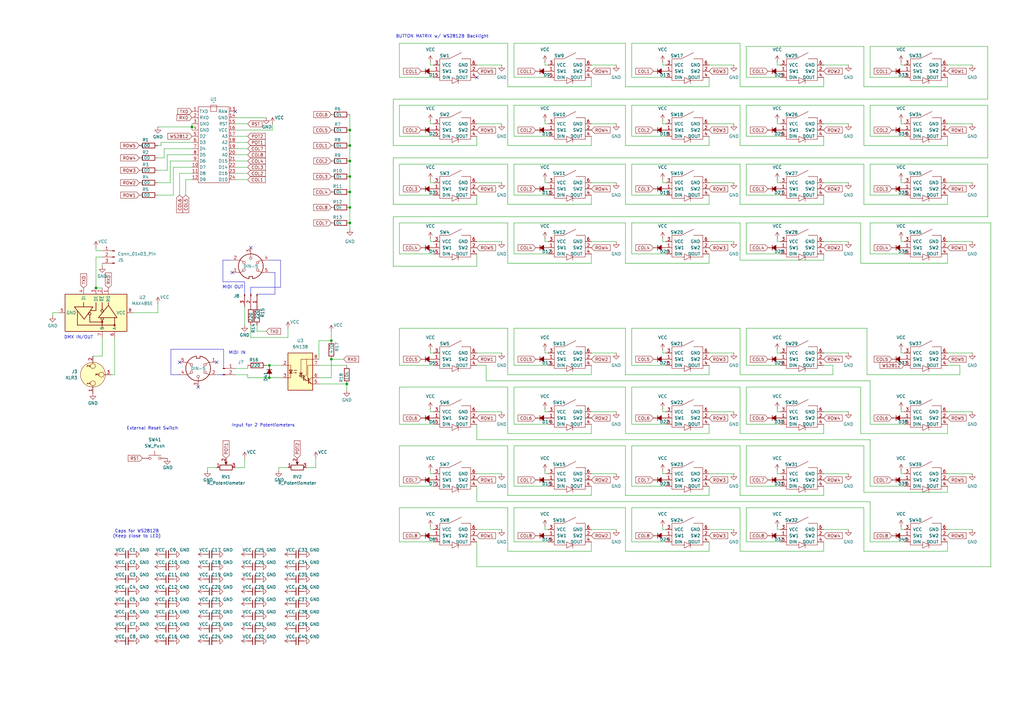
<source format=kicad_sch>
(kicad_sch (version 20231120) (generator "eeschema") (generator_version "8.0")
  (paper "A3")
  (junction (at 78.74 52.07))
  (junction (at 143.51 66.04))
  (junction (at 143.51 91.44))
  (junction (at 135.89 147.32))
  (junction (at 143.51 59.69))
  (junction (at 143.51 78.74))
  (junction (at 110.49 154.94))
  (junction (at 143.51 53.34))
  (junction (at 110.49 149.86))
  (junction (at 135.89 139.7))
  (junction (at 39.37 118.11))
  (junction (at 143.51 85.09))
  (junction (at 142.24 157.48))
  (junction (at 143.51 72.39))
  (no_connect (at 95.25 111.76))
  (no_connect (at 102.87 101.6))
  (no_connect (at 96.52 45.72))
  (no_connect (at 195.58 31.75))
  (no_connect (at 88.9 148.59))
  (no_connect (at 81.28 158.75))
  (no_connect (at 73.66 148.59))
  (wire (pts (xy 223.52 26.67) (xy 224.79 26.67)))
  (wire (pts (xy 388.62 50.8) (xy 398.78 50.8)))
  (wire (pts (xy 210.82 67.31) (xy 210.82 80.01)))
  (wire (pts (xy 161.29 59.69) (xy 161.29 40.64)))
  (wire (pts (xy 290.83 217.17) (xy 300.99 217.17)))
  (wire (pts (xy 337.82 104.14) (xy 337.82 106.68)))
  (wire (pts (xy 356.87 156.21) (xy 356.87 173.99)))
  (wire (pts (xy 271.78 168.91) (xy 273.05 168.91)))
  (wire (pts (xy 163.83 80.01) (xy 177.8 80.01)))
  (wire (pts (xy 303.53 182.88) (xy 259.08 182.88)))
  (wire (pts (xy 259.08 91.44) (xy 259.08 104.14)))
  (wire (pts (xy 143.51 78.74) (xy 143.51 85.09)))
  (wire (pts (xy 223.52 217.17) (xy 224.79 217.17)))
  (wire (pts (xy 210.82 199.39) (xy 224.79 199.39)))
  (wire (pts (xy 73.66 71.12) (xy 78.74 71.12)))
  (wire (pts (xy 223.52 25.4) (xy 223.52 26.67)))
  (wire (pts (xy 271.78 25.4) (xy 271.78 26.67)))
  (wire (pts (xy 96.52 50.8) (xy 101.6 50.8)))
  (wire (pts (xy 369.57 50.8) (xy 370.84 50.8)))
  (wire (pts (xy 195.58 59.69) (xy 161.29 59.69)))
  (wire (pts (xy 118.11 134.62) (xy 118.11 138.43)))
  (wire (pts (xy 242.57 31.75) (xy 242.57 35.56)))
  (wire (pts (xy 356.87 31.75) (xy 370.84 31.75)))
  (polyline (pts (xy 110.49 111.76) (xy 112.776 111.76)))
  (wire (pts (xy 195.58 199.39) (xy 195.58 205.74)))
  (wire (pts (xy 100.33 125.73) (xy 100.33 133.35)))
  (wire (pts (xy 356.87 180.34) (xy 356.87 199.39)))
  (wire (pts (xy 259.08 67.31) (xy 259.08 80.01)))
  (wire (pts (xy 337.82 74.93) (xy 347.98 74.93)))
  (wire (pts (xy 96.52 71.12) (xy 101.6 71.12)))
  (wire (pts (xy 176.53 217.17) (xy 177.8 217.17)))
  (wire (pts (xy 353.06 177.8) (xy 353.06 158.75)))
  (wire (pts (xy 163.83 199.39) (xy 177.8 199.39)))
  (wire (pts (xy 208.28 43.18) (xy 163.83 43.18)))
  (wire (pts (xy 199.39 156.21) (xy 356.87 156.21)))
  (wire (pts (xy 199.39 149.86) (xy 199.39 156.21)))
  (wire (pts (xy 96.52 60.96) (xy 101.6 60.96)))
  (wire (pts (xy 163.83 43.18) (xy 163.83 55.88)))
  (wire (pts (xy 161.29 83.82) (xy 161.29 64.77)))
  (polyline (pts (xy 115.062 117.856) (xy 115.062 106.68)))
  (wire (pts (xy 337.82 35.56) (xy 303.53 35.56)))
  (wire (pts (xy 388.62 194.31) (xy 398.78 194.31)))
  (wire (pts (xy 290.83 26.67) (xy 300.99 26.67)))
  (wire (pts (xy 256.54 107.95) (xy 256.54 91.44)))
  (wire (pts (xy 369.57 217.17) (xy 370.84 217.17)))
  (wire (pts (xy 208.28 203.2) (xy 208.28 182.88)))
  (wire (pts (xy 354.33 67.31) (xy 306.07 67.31)))
  (wire (pts (xy 388.62 31.75) (xy 388.62 35.56)))
  (wire (pts (xy 303.53 17.78) (xy 259.08 17.78)))
  (wire (pts (xy 256.54 203.2) (xy 256.54 182.88)))
  (wire (pts (xy 405.13 88.9) (xy 405.13 67.31)))
  (wire (pts (xy 256.54 35.56) (xy 256.54 17.78)))
  (wire (pts (xy 242.57 153.67) (xy 208.28 153.67)))
  (wire (pts (xy 306.07 208.28) (xy 306.07 222.25)))
  (wire (pts (xy 256.54 226.06) (xy 256.54 208.28)))
  (wire (pts (xy 176.53 99.06) (xy 177.8 99.06)))
  (wire (pts (xy 176.53 194.31) (xy 177.8 194.31)))
  (wire (pts (xy 176.53 215.9) (xy 176.53 217.17)))
  (wire (pts (xy 195.58 180.34) (xy 356.87 180.34)))
  (wire (pts (xy 290.83 222.25) (xy 290.83 226.06)))
  (wire (pts (xy 256.54 17.78) (xy 210.82 17.78)))
  (wire (pts (xy 388.62 168.91) (xy 398.78 168.91)))
  (wire (pts (xy 130.81 154.94) (xy 135.89 154.94)))
  (wire (pts (xy 388.62 222.25) (xy 388.62 226.06)))
  (wire (pts (xy 303.53 203.2) (xy 303.53 182.88)))
  (wire (pts (xy 290.83 153.67) (xy 256.54 153.67)))
  (wire (pts (xy 337.82 59.69) (xy 303.53 59.69)))
  (wire (pts (xy 195.58 80.01) (xy 195.58 83.82)))
  (wire (pts (xy 303.53 35.56) (xy 303.53 17.78)))
  (wire (pts (xy 337.82 217.17) (xy 347.98 217.17)))
  (wire (pts (xy 208.28 83.82) (xy 208.28 67.31)))
  (wire (pts (xy 354.33 43.18) (xy 306.07 43.18)))
  (wire (pts (xy 356.87 222.25) (xy 370.84 222.25)))
  (wire (pts (xy 223.52 215.9) (xy 223.52 217.17)))
  (wire (pts (xy 161.29 40.64) (xy 405.13 40.64)))
  (wire (pts (xy 259.08 208.28) (xy 259.08 222.25)))
  (wire (pts (xy 369.57 215.9) (xy 369.57 217.17)))
  (wire (pts (xy 369.57 99.06) (xy 370.84 99.06)))
  (wire (pts (xy 242.57 168.91) (xy 252.73 168.91)))
  (wire (pts (xy 195.58 222.25) (xy 195.58 232.41)))
  (wire (pts (xy 259.08 80.01) (xy 273.05 80.01)))
  (wire (pts (xy 142.24 157.48) (xy 142.24 160.02)))
  (wire (pts (xy 39.37 118.11) (xy 41.91 118.11)))
  (wire (pts (xy 259.08 55.88) (xy 273.05 55.88)))
  (polyline (pts (xy 112.776 111.76) (xy 112.776 120.65)))
  (wire (pts (xy 176.53 167.64) (xy 176.53 168.91)))
  (wire (pts (xy 353.06 91.44) (xy 306.07 91.44)))
  (wire (pts (xy 54.61 128.27) (xy 64.77 128.27)))
  (wire (pts (xy 356.87 55.88) (xy 370.84 55.88)))
  (wire (pts (xy 318.77 215.9) (xy 318.77 217.17)))
  (wire (pts (xy 290.83 55.88) (xy 290.83 59.69)))
  (wire (pts (xy 256.54 208.28) (xy 210.82 208.28)))
  (wire (pts (xy 176.53 168.91) (xy 177.8 168.91)))
  (wire (pts (xy 369.57 26.67) (xy 370.84 26.67)))
  (wire (pts (xy 290.83 59.69) (xy 256.54 59.69)))
  (wire (pts (xy 242.57 194.31) (xy 252.73 194.31)))
  (wire (pts (xy 337.82 55.88) (xy 337.82 59.69)))
  (wire (pts (xy 337.82 26.67) (xy 347.98 26.67)))
  (wire (pts (xy 356.87 91.44) (xy 356.87 104.14)))
  (wire (pts (xy 176.53 144.78) (xy 177.8 144.78)))
  (wire (pts (xy 256.54 67.31) (xy 210.82 67.31)))
  (wire (pts (xy 163.83 134.62) (xy 163.83 149.86)))
  (wire (pts (xy 353.06 158.75) (xy 306.07 158.75)))
  (wire (pts (xy 78.74 52.07) (xy 78.74 53.34)))
  (wire (pts (xy 354.33 19.05) (xy 306.07 19.05)))
  (wire (pts (xy 208.28 17.78) (xy 163.83 17.78)))
  (wire (pts (xy 356.87 199.39) (xy 370.84 199.39)))
  (wire (pts (xy 69.85 74.93) (xy 69.85 66.04)))
  (wire (pts (xy 271.78 143.51) (xy 271.78 144.78)))
  (wire (pts (xy 223.52 74.93) (xy 224.79 74.93)))
  (wire (pts (xy 256.54 91.44) (xy 210.82 91.44)))
  (wire (pts (xy 388.62 226.06) (xy 354.33 226.06)))
  (wire (pts (xy 110.49 154.94) (xy 115.57 154.94)))
  (wire (pts (xy 195.58 149.86) (xy 199.39 149.86)))
  (wire (pts (xy 114.3 193.04) (xy 114.3 191.77)))
  (wire (pts (xy 64.77 52.07) (xy 78.74 52.07)))
  (wire (pts (xy 210.82 208.28) (xy 210.82 222.25)))
  (wire (pts (xy 223.52 73.66) (xy 223.52 74.93)))
  (wire (pts (xy 161.29 88.9) (xy 405.13 88.9)))
  (wire (pts (xy 337.82 199.39) (xy 337.82 203.2)))
  (wire (pts (xy 356.87 80.01) (xy 370.84 80.01)))
  (wire (pts (xy 271.78 215.9) (xy 271.78 217.17)))
  (wire (pts (xy 341.63 153.67) (xy 303.53 153.67)))
  (wire (pts (xy 318.77 168.91) (xy 320.04 168.91)))
  (wire (pts (xy 303.53 67.31) (xy 259.08 67.31)))
  (wire (pts (xy 318.77 143.51) (xy 318.77 144.78)))
  (wire (pts (xy 223.52 167.64) (xy 223.52 168.91)))
  (wire (pts (xy 210.82 222.25) (xy 224.79 222.25)))
  (wire (pts (xy 68.58 63.5) (xy 78.74 63.5)))
  (wire (pts (xy 354.33 83.82) (xy 354.33 67.31)))
  (wire (pts (xy 303.53 106.68) (xy 303.53 91.44)))
  (wire (pts (xy 290.83 203.2) (xy 256.54 203.2)))
  (wire (pts (xy 223.52 49.53) (xy 223.52 50.8)))
  (wire (pts (xy 208.28 208.28) (xy 163.83 208.28)))
  (wire (pts (xy 388.62 55.88) (xy 388.62 59.69)))
  (wire (pts (xy 114.3 191.77) (xy 118.11 191.77)))
  (wire (pts (xy 96.52 48.26) (xy 109.22 48.26)))
  (wire (pts (xy 259.08 173.99) (xy 273.05 173.99)))
  (wire (pts (xy 388.62 149.86) (xy 393.7 149.86)))
  (wire (pts (xy 176.53 25.4) (xy 176.53 26.67)))
  (wire (pts (xy 101.6 153.67) (xy 101.6 154.94)))
  (wire (pts (xy 39.37 101.6) (xy 39.37 102.87)))
  (wire (pts (xy 393.7 153.67) (xy 355.6 153.67)))
  (wire (pts (xy 271.78 193.04) (xy 271.78 194.31)))
  (wire (pts (xy 223.52 168.91) (xy 224.79 168.91)))
  (wire (pts (xy 208.28 35.56) (xy 208.28 17.78)))
  (wire (pts (xy 337.82 99.06) (xy 347.98 99.06)))
  (wire (pts (xy 242.57 35.56) (xy 208.28 35.56)))
  (wire (pts (xy 118.11 138.43) (xy 102.87 138.43)))
  (wire (pts (xy 306.07 91.44) (xy 306.07 104.14)))
  (wire (pts (xy 388.62 199.39) (xy 388.62 201.93)))
  (wire (pts (xy 195.58 104.14) (xy 195.58 109.22)))
  (wire (pts (xy 290.83 168.91) (xy 300.99 168.91)))
  (wire (pts (xy 337.82 173.99) (xy 337.82 177.8)))
  (wire (pts (xy 369.57 167.64) (xy 369.57 168.91)))
  (wire (pts (xy 303.53 134.62) (xy 259.08 134.62)))
  (wire (pts (xy 210.82 158.75) (xy 210.82 173.99)))
  (wire (pts (xy 195.58 74.93) (xy 205.74 74.93)))
  (wire (pts (xy 259.08 134.62) (xy 259.08 149.86)))
  (wire (pts (xy 318.77 74.93) (xy 320.04 74.93)))
  (wire (pts (xy 163.83 158.75) (xy 163.83 173.99)))
  (polyline (pts (xy 91.44 106.68) (xy 94.996 106.68)))
  (wire (pts (xy 242.57 177.8) (xy 208.28 177.8)))
  (wire (pts (xy 256.54 83.82) (xy 256.54 67.31)))
  (wire (pts (xy 76.2 80.01) (xy 76.2 73.66)))
  (wire (pts (xy 290.83 194.31) (xy 300.99 194.31)))
  (wire (pts (xy 195.58 194.31) (xy 205.74 194.31)))
  (wire (pts (xy 85.09 193.04) (xy 85.09 191.77)))
  (wire (pts (xy 337.82 203.2) (xy 303.53 203.2)))
  (wire (pts (xy 223.52 97.79) (xy 223.52 99.06)))
  (wire (pts (xy 208.28 59.69) (xy 208.28 43.18)))
  (wire (pts (xy 290.83 80.01) (xy 290.83 83.82)))
  (wire (pts (xy 109.22 135.89) (xy 105.41 135.89)))
  (wire (pts (xy 39.37 102.87) (xy 41.91 102.87)))
  (wire (pts (xy 306.07 182.88) (xy 306.07 199.39)))
  (wire (pts (xy 259.08 199.39) (xy 273.05 199.39)))
  (wire (pts (xy 354.33 59.69) (xy 354.33 43.18)))
  (wire (pts (xy 369.57 193.04) (xy 369.57 194.31)))
  (wire (pts (xy 242.57 226.06) (xy 208.28 226.06)))
  (wire (pts (xy 210.82 55.88) (xy 224.79 55.88)))
  (wire (pts (xy 195.58 217.17) (xy 205.74 217.17)))
  (wire (pts (xy 388.62 83.82) (xy 354.33 83.82)))
  (wire (pts (xy 195.58 99.06) (xy 205.74 99.06)))
  (wire (pts (xy 242.57 203.2) (xy 208.28 203.2)))
  (wire (pts (xy 303.53 177.8) (xy 303.53 158.75)))
  (wire (pts (xy 388.62 35.56) (xy 354.33 35.56)))
  (wire (pts (xy 46.99 153.67) (xy 45.72 153.67)))
  (wire (pts (xy 306.07 43.18) (xy 306.07 55.88)))
  (wire (pts (xy 406.4 232.41) (xy 406.4 91.44)))
  (wire (pts (xy 405.13 19.05) (xy 356.87 19.05)))
  (wire (pts (xy 176.53 73.66) (xy 176.53 74.93)))
  (wire (pts (xy 242.57 83.82) (xy 208.28 83.82)))
  (wire (pts (xy 176.53 97.79) (xy 176.53 99.06)))
  (wire (pts (xy 195.58 26.67) (xy 205.74 26.67)))
  (wire (pts (xy 369.57 143.51) (xy 369.57 144.78)))
  (wire (pts (xy 100.33 187.96) (xy 100.33 191.77)))
  (wire (pts (xy 388.62 107.95) (xy 353.06 107.95)))
  (wire (pts (xy 130.81 157.48) (xy 142.24 157.48)))
  (wire (pts (xy 46.99 138.43) (xy 46.99 153.67)))
  (wire (pts (xy 354.33 182.88) (xy 306.07 182.88)))
  (wire (pts (xy 143.51 66.04) (xy 143.51 72.39)))
  (wire (pts (xy 208.28 226.06) (xy 208.28 208.28)))
  (wire (pts (xy 195.58 109.22) (xy 161.29 109.22)))
  (wire (pts (xy 242.57 199.39) (xy 242.57 203.2)))
  (wire (pts (xy 405.13 67.31) (xy 356.87 67.31)))
  (wire (pts (xy 130.81 149.86) (xy 142.24 149.86)))
  (wire (pts (xy 303.53 43.18) (xy 259.08 43.18)))
  (wire (pts (xy 66.04 58.42) (xy 78.74 58.42)))
  (wire (pts (xy 369.57 73.66) (xy 369.57 74.93)))
  (wire (pts (xy 306.07 149.86) (xy 320.04 149.86)))
  (wire (pts (xy 208.28 107.95) (xy 208.28 91.44)))
  (wire (pts (xy 259.08 222.25) (xy 273.05 222.25)))
  (wire (pts (xy 318.77 50.8) (xy 320.04 50.8)))
  (wire (pts (xy 176.53 50.8) (xy 177.8 50.8)))
  (wire (pts (xy 96.52 151.13) (xy 101.6 151.13)))
  (wire (pts (xy 163.83 222.25) (xy 177.8 222.25)))
  (wire (pts (xy 143.51 53.34) (xy 143.51 59.69)))
  (wire (pts (xy 388.62 104.14) (xy 388.62 107.95)))
  (wire (pts (xy 341.63 149.86) (xy 341.63 153.67)))
  (wire (pts (xy 210.82 134.62) (xy 210.82 149.86)))
  (wire (pts (xy 163.83 149.86) (xy 177.8 149.86)))
  (wire (pts (xy 208.28 67.31) (xy 163.83 67.31)))
  (wire (pts (xy 242.57 149.86) (xy 242.57 153.67)))
  (wire (pts (xy 96.52 55.88) (xy 101.6 55.88)))
  (wire (pts (xy 303.53 208.28) (xy 259.08 208.28)))
  (wire (pts (xy 290.83 99.06) (xy 300.99 99.06)))
  (wire (pts (xy 135.89 154.94) (xy 135.89 147.32)))
  (wire (pts (xy 318.77 49.53) (xy 318.77 50.8)))
  (wire (pts (xy 208.28 158.75) (xy 163.83 158.75)))
  (wire (pts (xy 41.91 107.95) (xy 41.91 109.22)))
  (wire (pts (xy 176.53 26.67) (xy 177.8 26.67)))
  (wire (pts (xy 290.83 107.95) (xy 256.54 107.95)))
  (wire (pts (xy 163.83 104.14) (xy 177.8 104.14)))
  (wire (pts (xy 176.53 143.51) (xy 176.53 144.78)))
  (wire (pts (xy 306.07 222.25) (xy 320.04 222.25)))
  (wire (pts (xy 242.57 173.99) (xy 242.57 177.8)))
  (wire (pts (xy 369.57 97.79) (xy 369.57 99.06)))
  (wire (pts (xy 21.59 128.27) (xy 21.59 129.54)))
  (wire (pts (xy 271.78 144.78) (xy 273.05 144.78)))
  (wire (pts (xy 337.82 149.86) (xy 341.63 149.86)))
  (wire (pts (xy 290.83 31.75) (xy 290.83 35.56)))
  (wire (pts (xy 354.33 201.93) (xy 354.33 182.88)))
  (wire (pts (xy 388.62 201.93) (xy 354.33 201.93)))
  (wire (pts (xy 259.08 149.86) (xy 273.05 149.86)))
  (wire (pts (xy 388.62 74.93) (xy 398.78 74.93)))
  (wire (pts (xy 388.62 80.01) (xy 388.62 83.82)))
  (polyline (pts (xy 73.66 153.416) (xy 73.66 153.67)))
  (wire (pts (xy 101.6 154.94) (xy 110.49 154.94)))
  (wire (pts (xy 96.52 68.58) (xy 101.6 68.58)))
  (wire (pts (xy 256.54 153.67) (xy 256.54 134.62)))
  (wire (pts (xy 110.49 149.86) (xy 115.57 149.86)))
  (wire (pts (xy 306.07 55.88) (xy 320.04 55.88)))
  (wire (pts (xy 64.77 69.85) (xy 68.58 69.85)))
  (wire (pts (xy 96.52 58.42) (xy 101.6 58.42)))
  (wire (pts (xy 318.77 97.79) (xy 318.77 99.06)))
  (wire (pts (xy 369.57 25.4) (xy 369.57 26.67)))
  (wire (pts (xy 66.04 59.69) (xy 66.04 58.42)))
  (wire (pts (xy 129.54 187.96) (xy 129.54 191.77)))
  (wire (pts (xy 318.77 25.4) (xy 318.77 26.67)))
  (wire (pts (xy 109.22 149.86) (xy 110.49 149.86)))
  (wire (pts (xy 271.78 50.8) (xy 273.05 50.8)))
  (wire (pts (xy 259.08 17.78) (xy 259.08 31.75)))
  (wire (pts (xy 210.82 80.01) (xy 224.79 80.01)))
  (polyline (pts (xy 102.87 117.856) (xy 115.062 117.856)))
  (wire (pts (xy 369.57 168.91) (xy 370.84 168.91)))
  (wire (pts (xy 318.77 99.06) (xy 320.04 99.06)))
  (wire (pts (xy 354.33 208.28) (xy 306.07 208.28)))
  (wire (pts (xy 64.77 124.46) (xy 64.77 128.27)))
  (wire (pts (xy 271.78 194.31) (xy 273.05 194.31)))
  (wire (pts (xy 369.57 49.53) (xy 369.57 50.8)))
  (wire (pts (xy 223.52 144.78) (xy 224.79 144.78)))
  (wire (pts (xy 290.83 74.93) (xy 300.99 74.93)))
  (wire (pts (xy 354.33 226.06) (xy 354.33 208.28)))
  (wire (pts (xy 369.57 194.31) (xy 370.84 194.31)))
  (wire (pts (xy 41.91 105.41) (xy 39.37 105.41)))
  (wire (pts (xy 242.57 104.14) (xy 242.57 107.95)))
  (wire (pts (xy 242.57 74.93) (xy 252.73 74.93)))
  (wire (pts (xy 354.33 35.56) (xy 354.33 19.05)))
  (wire (pts (xy 256.54 182.88) (xy 210.82 182.88)))
  (wire (pts (xy 256.54 177.8) (xy 256.54 158.75)))
  (wire (pts (xy 271.78 97.79) (xy 271.78 99.06)))
  (wire (pts (xy 195.58 83.82) (xy 161.29 83.82)))
  (polyline (pts (xy 89.154 153.67) (xy 91.694 153.67)))
  (wire (pts (xy 318.77 217.17) (xy 320.04 217.17)))
  (wire (pts (xy 303.53 153.67) (xy 303.53 134.62)))
  (wire (pts (xy 318.77 194.31) (xy 320.04 194.31)))
  (wire (pts (xy 337.82 226.06) (xy 303.53 226.06)))
  (wire (pts (xy 100.33 191.77) (xy 96.52 191.77)))
  (wire (pts (xy 73.66 80.01) (xy 73.66 71.12)))
  (wire (pts (xy 96.52 66.04) (xy 101.6 66.04)))
  (wire (pts (xy 306.07 158.75) (xy 306.07 173.99)))
  (wire (pts (xy 64.77 59.69) (xy 66.04 59.69)))
  (wire (pts (xy 163.83 182.88) (xy 163.83 199.39)))
  (wire (pts (xy 223.52 194.31) (xy 224.79 194.31)))
  (wire (pts (xy 290.83 226.06) (xy 256.54 226.06)))
  (wire (pts (xy 195.58 168.91) (xy 205.74 168.91)))
  (wire (pts (xy 24.13 128.27) (xy 21.59 128.27)))
  (wire (pts (xy 337.82 222.25) (xy 337.82 226.06)))
  (wire (pts (xy 337.82 177.8) (xy 303.53 177.8)))
  (wire (pts (xy 256.54 134.62) (xy 210.82 134.62)))
  (wire (pts (xy 64.77 74.93) (xy 69.85 74.93)))
  (wire (pts (xy 356.87 173.99) (xy 370.84 173.99)))
  (wire (pts (xy 306.07 80.01) (xy 320.04 80.01)))
  (wire (pts (xy 306.07 31.75) (xy 320.04 31.75)))
  (wire (pts (xy 306.07 134.62) (xy 306.07 149.86)))
  (wire (pts (xy 259.08 31.75) (xy 273.05 31.75)))
  (wire (pts (xy 69.85 66.04) (xy 78.74 66.04)))
  (wire (pts (xy 388.62 217.17) (xy 398.78 217.17)))
  (wire (pts (xy 195.58 55.88) (xy 195.58 59.69)))
  (wire (pts (xy 318.77 167.64) (xy 318.77 168.91)))
  (wire (pts (xy 405.13 43.18) (xy 356.87 43.18)))
  (wire (pts (xy 39.37 105.41) (xy 39.37 118.11)))
  (wire (pts (xy 256.54 158.75) (xy 210.82 158.75)))
  (polyline (pts (xy 110.49 106.68) (xy 115.062 106.68)))
  (wire (pts (xy 210.82 31.75) (xy 224.79 31.75)))
  (wire (pts (xy 210.82 17.78) (xy 210.82 31.75)))
  (wire (pts (xy 303.53 83.82) (xy 303.53 67.31)))
  (wire (pts (xy 101.6 151.13) (xy 101.6 149.86)))
  (wire (pts (xy 208.28 177.8) (xy 208.28 158.75)))
  (wire (pts (xy 163.83 208.28) (xy 163.83 222.25)))
  (wire (pts (xy 271.78 73.66) (xy 271.78 74.93)))
  (wire (pts (xy 210.82 43.18) (xy 210.82 55.88)))
  (wire (pts (xy 163.83 173.99) (xy 177.8 173.99)))
  (wire (pts (xy 337.82 194.31) (xy 347.98 194.31)))
  (wire (pts (xy 393.7 149.86) (xy 393.7 153.67)))
  (wire (pts (xy 355.6 153.67) (xy 355.6 134.62)))
  (wire (pts (xy 306.07 104.14) (xy 320.04 104.14)))
  (wire (pts (xy 163.83 31.75) (xy 177.8 31.75)))
  (wire (pts (xy 256.54 59.69) (xy 256.54 43.18)))
  (polyline (pts (xy 91.694 143.256) (xy 70.104 143.256)))
  (wire (pts (xy 176.53 193.04) (xy 176.53 194.31)))
  (polyline (pts (xy 100.33 120.396) (xy 100.33 115.57)))
  (wire (pts (xy 163.83 17.78) (xy 163.83 31.75)))
  (wire (pts (xy 290.83 173.99) (xy 290.83 177.8)))
  (wire (pts (xy 130.81 139.7) (xy 135.89 139.7)))
  (wire (pts (xy 337.82 50.8) (xy 347.98 50.8)))
  (wire (pts (xy 67.31 60.96) (xy 78.74 60.96)))
  (wire (pts (xy 208.28 91.44) (xy 163.83 91.44)))
  (wire (pts (xy 210.82 104.14) (xy 224.79 104.14)))
  (wire (pts (xy 259.08 43.18) (xy 259.08 55.88)))
  (wire (pts (xy 337.82 31.75) (xy 337.82 35.56)))
  (wire (pts (xy 111.76 50.8) (xy 111.76 53.34)))
  (wire (pts (xy 143.51 46.99) (xy 143.51 53.34)))
  (wire (pts (xy 369.57 144.78) (xy 370.84 144.78)))
  (wire (pts (xy 195.58 205.74) (xy 356.87 205.74)))
  (wire (pts (xy 337.82 144.78) (xy 347.98 144.78)))
  (wire (pts (xy 356.87 43.18) (xy 356.87 55.88)))
  (wire (pts (xy 271.78 217.17) (xy 273.05 217.17)))
  (wire (pts (xy 388.62 144.78) (xy 398.78 144.78)))
  (wire (pts (xy 356.87 19.05) (xy 356.87 31.75)))
  (wire (pts (xy 130.81 147.32) (xy 130.81 139.7)))
  (wire (pts (xy 135.89 147.32) (xy 140.97 147.32)))
  (wire (pts (xy 85.09 191.77) (xy 88.9 191.77)))
  (wire (pts (xy 242.57 26.67) (xy 252.73 26.67)))
  (wire (pts (xy 337.82 80.01) (xy 337.82 83.82)))
  (wire (pts (xy 41.91 146.05) (xy 38.1 146.05)))
  (wire (pts (xy 318.77 73.66) (xy 318.77 74.93)))
  (polyline (pts (xy 70.104 143.256) (xy 70.104 153.67)))
  (wire (pts (xy 242.57 99.06) (xy 252.73 99.06)))
  (wire (pts (xy 353.06 107.95) (xy 353.06 91.44)))
  (wire (pts (xy 388.62 173.99) (xy 388.62 177.8)))
  (wire (pts (xy 64.77 64.77) (xy 67.31 64.77)))
  (wire (pts (xy 303.53 158.75) (xy 259.08 158.75)))
  (wire (pts (xy 259.08 104.14) (xy 273.05 104.14)))
  (wire (pts (xy 195.58 50.8) (xy 205.74 50.8)))
  (wire (pts (xy 290.83 50.8) (xy 300.99 50.8)))
  (wire (pts (xy 369.57 74.93) (xy 370.84 74.93)))
  (wire (pts (xy 76.2 73.66) (xy 78.74 73.66)))
  (wire (pts (xy 223.52 99.06) (xy 224.79 99.06)))
  (wire (pts (xy 406.4 91.44) (xy 356.87 91.44)))
  (wire (pts (xy 242.57 80.01) (xy 242.57 83.82)))
  (wire (pts (xy 290.83 199.39) (xy 290.83 203.2)))
  (wire (pts (xy 271.78 49.53) (xy 271.78 50.8)))
  (wire (pts (xy 41.91 138.43) (xy 41.91 146.05)))
  (wire (pts (xy 208.28 134.62) (xy 163.83 134.62)))
  (wire (pts (xy 337.82 168.91) (xy 347.98 168.91)))
  (wire (pts (xy 96.52 63.5) (xy 101.6 63.5)))
  (wire (pts (xy 356.87 67.31) (xy 356.87 80.01)))
  (wire (pts (xy 96.52 153.67) (xy 101.6 153.67)))
  (wire (pts (xy 143.51 85.09) (xy 143.51 91.44)))
  (wire (pts (xy 102.87 138.43) (xy 102.87 133.35)))
  (wire (pts (xy 71.12 80.01) (xy 71.12 68.58)))
  (wire (pts (xy 290.83 149.86) (xy 290.83 153.67)))
  (wire (pts (xy 318.77 26.67) (xy 320.04 26.67)))
  (wire (pts (xy 405.13 40.64) (xy 405.13 19.05)))
  (wire (pts (xy 303.53 226.06) (xy 303.53 208.28)))
  (polyline (pts (xy 102.87 120.65) (xy 102.87 117.856)))
  (wire (pts (xy 256.54 43.18) (xy 210.82 43.18)))
  (wire (pts (xy 356.87 205.74) (xy 356.87 222.25)))
  (wire (pts (xy 271.78 74.93) (xy 273.05 74.93)))
  (wire (pts (xy 143.51 72.39) (xy 143.51 78.74)))
  (wire (pts (xy 337.82 106.68) (xy 303.53 106.68)))
  (wire (pts (xy 163.83 55.88) (xy 177.8 55.88)))
  (wire (pts (xy 306.07 173.99) (xy 320.04 173.99)))
  (wire (pts (xy 68.58 69.85) (xy 68.58 63.5)))
  (wire (pts (xy 223.52 50.8) (xy 224.79 50.8)))
  (wire (pts (xy 290.83 177.8) (xy 256.54 177.8)))
  (wire (pts (xy 337.82 83.82) (xy 303.53 83.82)))
  (polyline (pts (xy 91.44 115.57) (xy 91.44 106.68)))
  (wire (pts (xy 242.57 144.78) (xy 252.73 144.78)))
  (polyline (pts (xy 91.694 151.13) (xy 91.694 143.256)))
  (wire (pts (xy 242.57 222.25) (xy 242.57 226.06)))
  (wire (pts (xy 259.08 158.75) (xy 259.08 173.99)))
  (wire (pts (xy 303.53 91.44) (xy 259.08 91.44)))
  (wire (pts (xy 388.62 26.67) (xy 398.78 26.67)))
  (wire (pts (xy 163.83 91.44) (xy 163.83 104.14)))
  (wire (pts (xy 64.77 80.01) (xy 71.12 80.01)))
  (wire (pts (xy 208.28 182.88) (xy 163.83 182.88)))
  (wire (pts (xy 303.53 59.69) (xy 303.53 43.18)))
  (wire (pts (xy 143.51 91.44) (xy 143.51 93.98)))
  (wire (pts (xy 306.07 19.05) (xy 306.07 31.75)))
  (wire (pts (xy 271.78 26.67) (xy 273.05 26.67)))
  (polyline (pts (xy 70.104 153.67) (xy 73.66 153.67)))
  (wire (pts (xy 210.82 149.86) (xy 224.79 149.86)))
  (wire (pts (xy 195.58 232.41) (xy 406.4 232.41)))
  (wire (pts (xy 271.78 99.06) (xy 273.05 99.06)))
  (wire (pts (xy 242.57 217.17) (xy 252.73 217.17)))
  (wire (pts (xy 306.07 199.39) (xy 320.04 199.39)))
  (wire (pts (xy 67.31 64.77) (xy 67.31 60.96)))
  (wire (pts (xy 223.52 143.51) (xy 223.52 144.78)))
  (wire (pts (xy 208.28 153.67) (xy 208.28 134.62)))
  (wire (pts (xy 129.54 191.77) (xy 125.73 191.77)))
  (wire (pts (xy 176.53 49.53) (xy 176.53 50.8)))
  (wire (pts (xy 71.12 68.58) (xy 78.74 68.58)))
  (wire (pts (xy 195.58 144.78) (xy 205.74 144.78)))
  (wire (pts (xy 290.83 144.78) (xy 300.99 144.78)))
  (wire (pts (xy 242.57 107.95) (xy 208.28 107.95)))
  (wire (pts (xy 405.13 64.77) (xy 405.13 43.18)))
  (wire (pts (xy 388.62 99.06) (xy 398.78 99.06)))
  (wire (pts (xy 290.83 83.82) (xy 256.54 83.82)))
  (wire (pts (xy 210.82 182.88) (xy 210.82 199.39)))
  (wire (pts (xy 210.82 173.99) (xy 224.79 173.99)))
  (wire (pts (xy 223.52 193.04) (xy 223.52 194.31)))
  (wire (pts (xy 259.08 182.88) (xy 259.08 199.39)))
  (wire (pts (xy 388.62 177.8) (xy 353.06 177.8)))
  (wire (pts (xy 78.74 52.07) (xy 78.74 50.8)))
  (wire (pts (xy 306.07 67.31) (xy 306.07 80.01)))
  (wire (pts (xy 195.58 173.99) (xy 195.58 180.34)))
  (wire (pts (xy 318.77 144.78) (xy 320.04 144.78)))
  (wire (pts (xy 96.52 53.34) (xy 111.76 53.34)))
  (wire (pts (xy 388.62 59.69) (xy 354.33 59.69)))
  (wire (pts (xy 96.52 73.66) (xy 101.6 73.66)))
  (wire (pts (xy 135.89 135.89) (xy 135.89 139.7)))
  (polyline (pts (xy 100.33 115.57) (xy 91.44 115.57)))
  (wire (pts (xy 242.57 59.69) (xy 208.28 59.69)))
  (wire (pts (xy 210.82 91.44) (xy 210.82 104.14)))
  (wire (pts (xy 271.78 167.64) (xy 271.78 168.91)))
  (wire (pts (xy 242.57 50.8) (xy 252.73 50.8)))
  (wire (pts (xy 161.29 64.77) (xy 405.13 64.77)))
  (wire (pts (xy 356.87 104.14) (xy 370.84 104.14)))
  (wire (pts (xy 105.41 135.89) (xy 105.41 133.35)))
  (wire (pts (xy 176.53 74.93) (xy 177.8 74.93)))
  (wire (pts (xy 355.6 134.62) (xy 306.07 134.62)))
  (wire (pts (xy 242.57 55.88) (xy 242.57 59.69)))
  (wire (pts (xy 163.83 67.31) (xy 163.83 80.01)))
  (wire (pts (xy 161.29 109.22) (xy 161.29 88.9)))
  (wire (pts (xy 290.83 35.56) (xy 256.54 35.56)))
  (wire (pts (xy 318.77 193.04) (xy 318.77 194.31)))
  (wire (pts (xy 290.83 104.14) (xy 290.83 107.95)))
  (wire (pts (xy 143.51 59.69) (xy 143.51 66.04)))
  (polyline (pts (xy 105.41 120.65) (xy 112.776 120.65)))
  (text "Input for 2 Potentiometers" (at 107.95 174.498 0) (effects (font (size 1.27 1.27))))
  (text "External Reset Switch" (at 62.484 175.768 0) (effects (font (size 1.27 1.27))))
  (text "BUTTON MATRIX w/ WS2812B Backlight" (at 181.356 14.986 0) (effects (font (size 1.27 1.27))))
  (text "DMX IN/OUT" (at 32.258 138.43 0) (effects (font (size 1.27 1.27))))
  (text "Caps for WS2812B\n(Keep close to LED)" (at 56.134 218.948 0) (effects (font (size 1.27 1.27))))
  (text "MIDI IN" (at 97.282 144.78 0) (effects (font (size 1.27 1.27))))
  (text "MIDI OUT" (at 95.504 117.856 0) (effects (font (size 1.27 1.27))))
  (global_label "ROW2" (shape input) (at 242.57 171.45 0) (property "Intersheetrefs" "${INTERSHEET_REFS}" (effects (hide yes))))
  (global_label "COL3" (shape input) (at 365.76 77.47 180) (property "Intersheetrefs" "${INTERSHEET_REFS}" (effects (hide yes))))
  (global_label "COL2" (shape input) (at 135.89 66.04 180) (property "Intersheetrefs" "${INTERSHEET_REFS}" (effects (hide yes))))
  (global_label "ROW4" (shape input) (at 337.82 171.45 0) (property "Intersheetrefs" "${INTERSHEET_REFS}" (effects (hide yes))))
  (global_label "COL2" (shape input) (at 101.6 71.12 0) (property "Intersheetrefs" "${INTERSHEET_REFS}" (effects (hide yes))))
  (global_label "COL8" (shape input) (at 135.89 85.09 180) (property "Intersheetrefs" "${INTERSHEET_REFS}" (effects (hide yes))))
  (global_label "COL3" (shape input) (at 314.96 77.47 180) (property "Intersheetrefs" "${INTERSHEET_REFS}" (effects (hide yes))))
  (global_label "ROW3" (shape input) (at 290.83 53.34 0) (property "Intersheetrefs" "${INTERSHEET_REFS}" (effects (hide yes))))
  (global_label "ROW5" (shape input) (at 195.58 29.21 0) (property "Intersheetrefs" "${INTERSHEET_REFS}" (effects (hide yes))))
  (global_label "COL4" (shape input) (at 172.72 101.6 180) (property "Intersheetrefs" "${INTERSHEET_REFS}" (effects (hide yes))))
  (global_label "POT2" (shape input) (at 121.92 187.96 90) (property "Intersheetrefs" "${INTERSHEET_REFS}" (effects (hide yes))))
  (global_label "ROW4" (shape input) (at 337.82 147.32 0) (property "Intersheetrefs" "${INTERSHEET_REFS}" (effects (hide yes))))
  (global_label "ROW3" (shape input) (at 290.83 196.85 0) (property "Intersheetrefs" "${INTERSHEET_REFS}" (effects (hide yes))))
  (global_label "COL8" (shape input) (at 219.71 219.71 180) (property "Intersheetrefs" "${INTERSHEET_REFS}" (effects (hide yes))))
  (global_label "COL8" (shape input) (at 365.76 219.71 180) (property "Intersheetrefs" "${INTERSHEET_REFS}" (effects (hide yes))))
  (global_label "TXD" (shape input) (at 78.74 45.72 180) (property "Intersheetrefs" "${INTERSHEET_REFS}" (effects (hide yes))))
  (global_label "ROW2" (shape input) (at 337.82 77.47 0) (property "Intersheetrefs" "${INTERSHEET_REFS}" (effects (hide yes))))
  (global_label "COL1" (shape input) (at 267.97 29.21 180) (property "Intersheetrefs" "${INTERSHEET_REFS}" (effects (hide yes))))
  (global_label "ROW2" (shape input) (at 337.82 101.6 0) (property "Intersheetrefs" "${INTERSHEET_REFS}" (effects (hide yes))))
  (global_label "COL5" (shape input) (at 219.71 147.32 180) (property "Intersheetrefs" "${INTERSHEET_REFS}" (effects (hide yes))))
  (global_label "COL6" (shape input) (at 219.71 171.45 180) (property "Intersheetrefs" "${INTERSHEET_REFS}" (effects (hide yes))))
  (global_label "ROW5" (shape input) (at 195.58 53.34 0) (property "Intersheetrefs" "${INTERSHEET_REFS}" (effects (hide yes))))
  (global_label "COL7" (shape input) (at 172.72 196.85 180) (property "Intersheetrefs" "${INTERSHEET_REFS}" (effects (hide yes))))
  (global_label "COL7" (shape input) (at 267.97 196.85 180) (property "Intersheetrefs" "${INTERSHEET_REFS}" (effects (hide yes))))
  (global_label "POT1" (shape input) (at 101.6 58.42 0) (property "Intersheetrefs" "${INTERSHEET_REFS}" (effects (hide yes))))
  (global_label "COL8" (shape input) (at 314.96 219.71 180) (property "Intersheetrefs" "${INTERSHEET_REFS}" (effects (hide yes))))
  (global_label "COL4" (shape input) (at 365.76 101.6 180) (property "Intersheetrefs" "${INTERSHEET_REFS}" (effects (hide yes))))
  (global_label "ROW1" (shape input) (at 388.62 77.47 0) (property "Intersheetrefs" "${INTERSHEET_REFS}" (effects (hide yes))))
  (global_label "ROW4" (shape input) (at 242.57 29.21 0) (property "Intersheetrefs" "${INTERSHEET_REFS}" (effects (hide yes))))
  (global_label "RXD" (shape input) (at 78.74 48.26 180) (property "Intersheetrefs" "${INTERSHEET_REFS}" (effects (hide yes))))
  (global_label "ROW4" (shape input) (at 57.15 64.77 180) (property "Intersheetrefs" "${INTERSHEET_REFS}" (effects (hide yes))))
  (global_label "ROW5" (shape input) (at 388.62 147.32 0) (property "Intersheetrefs" "${INTERSHEET_REFS}" (effects (hide yes))))
  (global_label "COL3" (shape input) (at 267.97 77.47 180) (property "Intersheetrefs" "${INTERSHEET_REFS}" (effects (hide yes))))
  (global_label "COL5" (shape input) (at 365.76 147.32 180) (property "Intersheetrefs" "${INTERSHEET_REFS}" (effects (hide yes))))
  (global_label "WS2812" (shape input) (at 78.74 55.88 180) (property "Intersheetrefs" "${INTERSHEET_REFS}" (effects (hide yes))))
  (global_label "POT1" (shape input) (at 92.71 187.96 90) (property "Intersheetrefs" "${INTERSHEET_REFS}" (effects (hide yes))))
  (global_label "ROW5" (shape input) (at 388.62 196.85 0) (property "Intersheetrefs" "${INTERSHEET_REFS}" (effects (hide yes))))
  (global_label "WS2812" (shape input) (at 370.84 149.86 180) (property "Intersheetrefs" "${INTERSHEET_REFS}" (effects (hide yes))))
  (global_label "COL2" (shape input) (at 219.71 53.34 180) (property "Intersheetrefs" "${INTERSHEET_REFS}" (effects (hide yes))))
  (global_label "ROW4" (shape input) (at 337.82 196.85 0) (property "Intersheetrefs" "${INTERSHEET_REFS}" (effects (hide yes))))
  (global_label "ROW1" (shape input) (at 195.58 171.45 0) (property "Intersheetrefs" "${INTERSHEET_REFS}" (effects (hide yes))))
  (global_label "COL5" (shape input) (at 76.2 80.01 270) (property "Intersheetrefs" "${INTERSHEET_REFS}" (effects (hide yes))))
  (global_label "ROW3" (shape input) (at 290.83 77.47 0) (property "Intersheetrefs" "${INTERSHEET_REFS}" (effects (hide yes))))
  (global_label "ROW2" (shape input) (at 337.82 53.34 0) (property "Intersheetrefs" "${INTERSHEET_REFS}" (effects (hide yes))))
  (global_label "COL6" (shape input) (at 135.89 46.99 180) (property "Intersheetrefs" "${INTERSHEET_REFS}" (effects (hide yes))))
  (global_label "ROW5" (shape input) (at 388.62 219.71 0) (property "Intersheetrefs" "${INTERSHEET_REFS}" (effects (hide yes))))
  (global_label "COL6" (shape input) (at 365.76 171.45 180) (property "Intersheetrefs" "${INTERSHEET_REFS}" (effects (hide yes))))
  (global_label "COL4" (shape input) (at 314.96 101.6 180) (property "Intersheetrefs" "${INTERSHEET_REFS}" (effects (hide yes))))
  (global_label "COL2" (shape input) (at 314.96 53.34 180) (property "Intersheetrefs" "${INTERSHEET_REFS}" (effects (hide yes))))
  (global_label "ROW2" (shape input) (at 337.82 29.21 0) (property "Intersheetrefs" "${INTERSHEET_REFS}" (effects (hide yes))))
  (global_label "COL8" (shape input) (at 267.97 219.71 180) (property "Intersheetrefs" "${INTERSHEET_REFS}" (effects (hide yes))))
  (global_label "COL5" (shape input) (at 172.72 147.32 180) (property "Intersheetrefs" "${INTERSHEET_REFS}" (effects (hide yes))))
  (global_label "ROW3" (shape input) (at 290.83 29.21 0) (property "Intersheetrefs" "${INTERSHEET_REFS}" (effects (hide yes))))
  (global_label "ROW2" (shape input) (at 242.57 219.71 0) (property "Intersheetrefs" "${INTERSHEET_REFS}" (effects (hide yes))))
  (global_label "COL7" (shape input) (at 219.71 196.85 180) (property "Intersheetrefs" "${INTERSHEET_REFS}" (effects (hide yes))))
  (global_label "COL5" (shape input) (at 267.97 147.32 180) (property "Intersheetrefs" "${INTERSHEET_REFS}" (effects (hide yes))))
  (global_label "ROW5" (shape input) (at 388.62 171.45 0) (property "Intersheetrefs" "${INTERSHEET_REFS}" (effects (hide yes))))
  (global_label "ROW5" (shape input) (at 195.58 101.6 0) (property "Intersheetrefs" "${INTERSHEET_REFS}" (effects (hide yes))))
  (global_label "COL2" (shape input) (at 365.76 53.34 180) (property "Intersheetrefs" "${INTERSHEET_REFS}" (effects (hide yes))))
  (global_label "RST" (shape input) (at 101.6 50.8 0) (property "Intersheetrefs" "${INTERSHEET_REFS}" (effects (hide yes))))
  (global_label "COL7" (shape input) (at 365.76 196.85 180) (property "Intersheetrefs" "${INTERSHEET_REFS}" (effects (hide yes))))
  (global_label "ROW3" (shape input) (at 290.83 101.6 0) (property "Intersheetrefs" "${INTERSHEET_REFS}" (effects (hide yes))))
  (global_label "ROW1" (shape input) (at 388.62 29.21 0) (property "Intersheetrefs" "${INTERSHEET_REFS}" (effects (hide yes))))
  (global_label "COL6" (shape input) (at 267.97 171.45 180) (property "Intersheetrefs" "${INTERSHEET_REFS}" (effects (hide yes))))
  (global_label "COL8" (shape input) (at 172.72 219.71 180) (property "Intersheetrefs" "${INTERSHEET_REFS}" (effects (hide yes))))
  (global_label "COL4" (shape input) (at 267.97 101.6 180) (property "Intersheetrefs" "${INTERSHEET_REFS}" (effects (hide yes))))
  (global_label "ROW4" (shape input) (at 337.82 219.71 0) (property "Intersheetrefs" "${INTERSHEET_REFS}" (effects (hide yes))))
  (global_label "COL1" (shape input) (at 101.6 73.66 0) (property "Intersheetrefs" "${INTERSHEET_REFS}" (effects (hide yes))))
  (global_label "ROW3" (shape input) (at 57.15 69.85 180) (property "Intersheetrefs" "${INTERSHEET_REFS}" (effects (hide yes))))
  (global_label "ROW5" (shape input) (at 195.58 77.47 0) (property "Intersheetrefs" "${INTERSHEET_REFS}" (effects (hide yes))))
  (global_label "ROW4" (shape input) (at 242.57 101.6 0) (property "Intersheetrefs" "${INTERSHEET_REFS}" (effects (hide yes))))
  (global_label "RXD" (shape input) (at 44.45 118.11 90) (property "Intersheetrefs" "${INTERSHEET_REFS}" (effects (hide yes))))
  (global_label "ROW1" (shape input) (at 388.62 101.6 0) (property "Intersheetrefs" "${INTERSHEET_REFS}" (effects (hide yes))))
  (global_label "ROW2" (shape input) (at 57.15 74.93 180) (property "Intersheetrefs" "${INTERSHEET_REFS}" (effects (hide yes))))
  (global_label "ROW1" (shape input) (at 388.62 53.34 0) (property "Intersheetrefs" "${INTERSHEET_REFS}" (effects (hide yes))))
  (global_label "ROW1" (shape input) (at 195.58 196.85 0) (property "Intersheetrefs" "${INTERSHEET_REFS}" (effects (hide yes))))
  (global_label "COL7" (shape input) (at 101.6 60.96 0) (property "Intersheetrefs" "${INTERSHEET_REFS}" (effects (hide yes))))
  (global_label "COL1" (shape input) (at 135.89 59.69 180) (property "Intersheetrefs" "${INTERSHEET_REFS}" (effects (hide yes))))
  (global_label "COL4" (shape input) (at 101.6 66.04 0) (property "Intersheetrefs" "${INTERSHEET_REFS}" (effects (hide yes))))
  (global_label "POT2" (shape input) (at 101.6 55.88 0) (property "Intersheetrefs" "${INTERSHEET_REFS}" (effects (hide yes))))
  (global_label "ROW4" (shape input) (at 242.57 53.34 0) (property "Intersheetrefs" "${INTERSHEET_REFS}" (effects (hide yes))))
  (global_label "TXD" (shape input) (at 34.29 118.11 90) (property "Intersheetrefs" "${INTERSHEET_REFS}" (effects (hide yes))))
  (global_label "COL3" (shape input) (at 101.6 68.58 0) (property "Intersheetrefs" "${INTERSHEET_REFS}" (effects (hide yes))))
  (global_label "COL5" (shape input) (at 314.96 147.32 180) (property "Intersheetrefs" "${INTERSHEET_REFS}" (effects (hide yes))))
  (global_label "COL3" (shape input) (at 135.89 72.39 180) (property "Intersheetrefs" "${INTERSHEET_REFS}" (effects (hide yes))))
  (global_label "ROW1" (shape input) (at 57.15 80.01 180) (property "Intersheetrefs" "${INTERSHEET_REFS}" (effects (hide yes))))
  (global_label "COL2" (shape input) (at 172.72 53.34 180) (property "Intersheetrefs" "${INTERSHEET_REFS}" (effects (hide yes))))
  (global_label "TXD" (shape input) (at 109.22 135.89 0) (property "Intersheetrefs" "${INTERSHEET_REFS}" (effects (hide yes))))
  (global_label "COL1" (shape input) (at 219.71 29.21 180) (property "Intersheetrefs" "${INTERSHEET_REFS}" (effects (hide yes))))
  (global_label "ROW1" (shape input) (at 195.58 147.32 0) (property "Intersheetrefs" "${INTERSHEET_REFS}" (effects (hide yes))))
  (global_label "COL3" (shape input) (at 172.72 77.47 180) (property "Intersheetrefs" "${INTERSHEET_REFS}" (effects (hide yes))))
  (global_label "COL5" (shape input) (at 135.89 53.34 180) (property "Intersheetrefs" "${INTERSHEET_REFS}" (effects (hide yes))))
  (global_label "RST" (shape input) (at 58.42 187.96 180) (property "Intersheetrefs" "${INTERSHEET_REFS}" (effects (hide yes))))
  (global_label "ROW3" (shape input) (at 290.83 219.71 0) (property "Intersheetrefs" "${INTERSHEET_REFS}" (effects (hide yes))))
  (global_label "ROW1" (shape input) (at 195.58 219.71 0) (property "Intersheetrefs" "${INTERSHEET_REFS}" (effects (hide yes))))
  (global_label "ROW2" (shape input) (at 242.57 196.85 0) (property "Intersheetrefs" "${INTERSHEET_REFS}" (effects (hide yes))))
  (global_label "ROW5" (shape input) (at 57.15 59.69 180) (property "Intersheetrefs" "${INTERSHEET_REFS}" (effects (hide yes))))
  (global_label "COL7" (shape input) (at 135.89 91.44 180) (property "Intersheetrefs" "${INTERSHEET_REFS}" (effects (hide yes))))
  (global_label "ROW4" (shape input) (at 242.57 77.47 0) (property "Intersheetrefs" "${INTERSHEET_REFS}" (effects (hide yes))))
  (global_label "COL1" (shape input) (at 314.96 29.21 180) (property "Intersheetrefs" "${INTERSHEET_REFS}" (effects (hide yes))))
  (global_label "ROW3" (shape input) (at 290.83 171.45 0) (property "Intersheetrefs" "${INTERSHEET_REFS}" (effects (hide yes))))
  (global_label "COL8" (shape input) (at 101.6 63.5 0) (property "Intersheetrefs" "${INTERSHEET_REFS}" (effects (hide yes))))
  (global_label "ROW2" (shape input) (at 242.57 147.32 0) (property "Intersheetrefs" "${INTERSHEET_REFS}" (effects (hide yes))))
  (global_label "COL4" (shape input) (at 135.89 78.74 180) (property "Intersheetrefs" "${INTERSHEET_REFS}" (effects (hide yes))))
  (global_label "ROW3" (shape input) (at 290.83 147.32 0) (property "Intersheetrefs" "${INTERSHEET_REFS}" (effects (hide yes))))
  (global_label "COL3" (shape input) (at 219.71 77.47 180) (property "Intersheetrefs" "${INTERSHEET_REFS}" (effects (hide yes))))
  (global_label "COL6" (shape input) (at 172.72 171.45 180) (property "Intersheetrefs" "${INTERSHEET_REFS}" (effects (hide yes))))
  (global_label "COL6" (shape input) (at 73.66 80.01 270) (property "Intersheetrefs" "${INTERSHEET_REFS}" (effects (hide yes))))
  (global_label "COL1" (shape input) (at 172.72 29.21 180) (property "Intersheetrefs" "${INTERSHEET_REFS}" (effects (hide yes))))
  (global_label "COL2" (shape input) (at 267.97 53.34 180) (property "Intersheetrefs" "${INTERSHEET_REFS}" (effects (hide yes))))
  (global_label "COL7" (shape input) (at 314.96 196.85 180) (property "Intersheetrefs" "${INTERSHEET_REFS}" (effects (hide yes))))
  (global_label "COL6" (shape input) (at 314.96 171.45 180) (property "Intersheetrefs" "${INTERSHEET_REFS}" (effects (hide yes))))
  (global_label "RXD" (shape input) (at 140.97 147.32 0) (property "Intersheetrefs" "${INTERSHEET_REFS}" (effects (hide yes))))
  (global_label "COL1" (shape input) (at 365.76 29.21 180) (property "Intersheetrefs" "${INTERSHEET_REFS}" (effects (hide yes))))
  (global_label "COL4" (shape input) (at 219.71 101.6 180) (property "Intersheetrefs" "${INTERSHEET_REFS}" (effects (hide yes))))
  (symbol (lib_id "Switch:SW_WS2812B-Switch") (at 281.94 214.63 0) (unit 1)
    (property "Reference" "SW24" (at 277.622 213.36 0))
    (property "Value" "Switch_SW_WS2812B" (effects (hide yes)))
    (property "Footprint" "Button_Switch_Keyboard:Cherry_MX_SK6812_BS" (effects (hide yes)))
  )
  (symbol (lib_id "power:VCC") (at 66.04 262.89 90) (unit 1)
    (property "Reference" "#PWR0113" (effects (hide yes)))
    (property "Value" "VCC" (at 65.786 261.112 90))
    (property "Description" "Power symbol creates a global label with name \"VCC\"" (effects (hide yes)))
  )
  (symbol (lib_id "power:GND") (at 398.78 50.8 0) (unit 1)
    (property "Reference" "#PWR074" (effects (hide yes)))
    (property "Value" "GND" (at 398.78 55.88 0))
    (property "Description" "Power symbol creates a global label with name \"GND\" , ground" (effects (hide yes)))
  )
  (symbol (lib_id "Switch:SW_WS2812B-Switch") (at 233.68 142.24 0) (unit 1)
    (property "Reference" "SW13" (at 229.362 140.97 0))
    (property "Value" "Switch_SW_WS2812B" (effects (hide yes)))
    (property "Footprint" "Button_Switch_Keyboard:Cherry_MX_SK6812_BS" (effects (hide yes)))
  )
  (symbol (lib_id "power:GND") (at 54.61 237.49 90) (unit 1)
    (property "Reference" "#PWR095" (effects (hide yes)))
    (property "Value" "GND" (at 59.182 235.712 90))
    (property "Description" "Power symbol creates a global label with name \"GND\" , ground" (effects (hide yes)))
  )
  (symbol (lib_id "Switch:SW_WS2812B-Switch") (at 186.69 48.26 0) (unit 1)
    (property "Reference" "SW2" (at 182.372 46.99 0))
    (property "Value" "Switch_SW_WS2812B" (effects (hide yes)))
    (property "Footprint" "Button_Switch_Keyboard:Cherry_MX_SK6812_BS" (effects (hide yes)))
  )
  (symbol (lib_id "power:VCC") (at 369.57 215.9 0) (unit 1)
    (property "Reference" "#PWR072" (effects (hide yes)))
    (property "Value" "VCC" (at 369.57 210.82 0))
    (property "Description" "Power symbol creates a global label with name \"VCC\"" (effects (hide yes)))
  )
  (symbol (lib_id "Device:R") (at 139.7 59.69 90) (unit 1)
    (property "Reference" "R8" (at 138.43 57.404 90))
    (property "Value" "10k" (at 138.43 59.69 90))
    (property "Footprint" "Resistor_SMD:R_0805_2012Metric_Pad1.20x1.40mm_HandSolder" (effects (hide yes)))
    (property "Description" "Resistor" (effects (hide yes)))
    (property "LCSC" "C17414" (effects (hide yes)))
  )
  (symbol (lib_id "power:GND") (at 205.74 99.06 0) (unit 1)
    (property "Reference" "#PWR012" (effects (hide yes)))
    (property "Value" "GND" (at 205.74 104.14 0))
    (property "Description" "Power symbol creates a global label with name \"GND\" , ground" (effects (hide yes)))
  )
  (symbol (lib_id "Device:R") (at 139.7 72.39 90) (unit 1)
    (property "Reference" "R10" (at 138.43 70.104 90))
    (property "Value" "10k" (at 138.43 72.39 90))
    (property "Footprint" "Resistor_SMD:R_0805_2012Metric_Pad1.20x1.40mm_HandSolder" (effects (hide yes)))
    (property "Description" "Resistor" (effects (hide yes)))
    (property "LCSC" "C17414" (effects (hide yes)))
  )
  (symbol (lib_id "Device:C_Small") (at 121.92 242.57 90) (unit 1)
    (property "Reference" "C36" (at 124.206 240.792 90))
    (property "Value" "C_Small" (effects (hide yes)))
    (property "Footprint" "Capacitor_SMD:C_0805_2012Metric" (effects (hide yes)))
    (property "Description" "Unpolarized capacitor, small symbol" (effects (hide yes)))
    (property "LCSC" "C28233" (effects (hide yes)))
  )
  (symbol (lib_id "power:GND") (at 54.61 257.81 90) (unit 1)
    (property "Reference" "#PWR0104" (effects (hide yes)))
    (property "Value" "GND" (at 59.182 256.032 90))
    (property "Description" "Power symbol creates a global label with name \"GND\" , ground" (effects (hide yes)))
  )
  (symbol (lib_id "power:GND") (at 88.9 227.33 90) (unit 1)
    (property "Reference" "#PWR0130" (effects (hide yes)))
    (property "Value" "GND" (at 93.472 225.552 90))
    (property "Description" "Power symbol creates a global label with name \"GND\" , ground" (effects (hide yes)))
  )
  (symbol (lib_id "power:VCC") (at 369.57 97.79 0) (unit 1)
    (property "Reference" "#PWR068" (effects (hide yes)))
    (property "Value" "VCC" (at 369.57 92.71 0))
    (property "Description" "Power symbol creates a global label with name \"VCC\"" (effects (hide yes)))
  )
  (symbol (lib_id "Device:C_Small") (at 121.92 237.49 90) (unit 1)
    (property "Reference" "C35" (at 124.206 235.712 90))
    (property "Value" "C_Small" (effects (hide yes)))
    (property "Footprint" "Capacitor_SMD:C_0805_2012Metric" (effects (hide yes)))
    (property "Description" "Unpolarized capacitor, small symbol" (effects (hide yes)))
    (property "LCSC" "C28233" (effects (hide yes)))
  )
  (symbol (lib_id "power:VCC") (at 176.53 167.64 0) (unit 1)
    (property "Reference" "#PWR06" (effects (hide yes)))
    (property "Value" "VCC" (at 176.53 162.56 0))
    (property "Description" "Power symbol creates a global label with name \"VCC\"" (effects (hide yes)))
  )
  (symbol (lib_id "power:VCC") (at 49.53 237.49 90) (unit 1)
    (property "Reference" "#PWR094" (effects (hide yes)))
    (property "Value" "VCC" (at 49.276 235.712 90))
    (property "Description" "Power symbol creates a global label with name \"VCC\"" (effects (hide yes)))
  )
  (symbol (lib_id "power:VCC") (at 271.78 215.9 0) (unit 1)
    (property "Reference" "#PWR040" (effects (hide yes)))
    (property "Value" "VCC" (at 271.78 210.82 0))
    (property "Description" "Power symbol creates a global label with name \"VCC\"" (effects (hide yes)))
  )
  (symbol (lib_id "power:GND") (at 68.58 187.96 0) (unit 1)
    (property "Reference" "#PWR085" (effects (hide yes)))
    (property "Value" "GND" (at 68.834 191.77 0))
    (property "Description" "Power symbol creates a global label with name \"GND\" , ground" (effects (hide yes)))
  )
  (symbol (lib_id "power:GND") (at 252.73 144.78 0) (unit 1)
    (property "Reference" "#PWR029" (effects (hide yes)))
    (property "Value" "GND" (at 252.73 149.86 0))
    (property "Description" "Power symbol creates a global label with name \"GND\" , ground" (effects (hide yes)))
  )
  (symbol (lib_id "power:GND") (at 106.68 247.65 90) (unit 1)
    (property "Reference" "#PWR0150" (effects (hide yes)))
    (property "Value" "GND" (at 111.252 245.872 90))
    (property "Description" "Power symbol creates a global label with name \"GND\" , ground" (effects (hide yes)))
  )
  (symbol (lib_id "power:VCC") (at 223.52 193.04 0) (unit 1)
    (property "Reference" "#PWR023" (effects (hide yes)))
    (property "Value" "VCC" (at 223.52 187.96 0))
    (property "Description" "Power symbol creates a global label with name \"VCC\"" (effects (hide yes)))
  )
  (symbol (lib_id "power:VCC") (at 83.82 257.81 90) (unit 1)
    (property "Reference" "#PWR0128" (effects (hide yes)))
    (property "Value" "VCC" (at 83.566 256.032 90))
    (property "Description" "Power symbol creates a global label with name \"VCC\"" (effects (hide yes)))
  )
  (symbol (lib_id "power:GND") (at 106.68 232.41 90) (unit 1)
    (property "Reference" "#PWR0147" (effects (hide yes)))
    (property "Value" "GND" (at 111.252 230.632 90))
    (property "Description" "Power symbol creates a global label with name \"GND\" , ground" (effects (hide yes)))
  )
  (symbol (lib_id "power:VCC") (at 101.6 237.49 90) (unit 1)
    (property "Reference" "#PWR0140" (effects (hide yes)))
    (property "Value" "VCC" (at 101.346 235.712 90))
    (property "Description" "Power symbol creates a global label with name \"VCC\"" (effects (hide yes)))
  )
  (symbol (lib_id "power:VCC") (at 318.77 49.53 0) (unit 1)
    (property "Reference" "#PWR050" (effects (hide yes)))
    (property "Value" "VCC" (at 318.77 44.45 0))
    (property "Description" "Power symbol creates a global label with name \"VCC\"" (effects (hide yes)))
  )
  (symbol (lib_id "power:GND") (at 124.46 237.49 90) (unit 1)
    (property "Reference" "#PWR0164" (effects (hide yes)))
    (property "Value" "GND" (at 129.032 235.712 90))
    (property "Description" "Power symbol creates a global label with name \"GND\" , ground" (effects (hide yes)))
  )
  (symbol (lib_id "Device:R") (at 139.7 46.99 90) (unit 1)
    (property "Reference" "R6" (at 138.43 44.704 90))
    (property "Value" "10k" (at 138.43 46.99 90))
    (property "Footprint" "Resistor_SMD:R_0805_2012Metric_Pad1.20x1.40mm_HandSolder" (effects (hide yes)))
    (property "Description" "Resistor" (effects (hide yes)))
    (property "LCSC" "C17414" (effects (hide yes)))
  )
  (symbol (lib_id "power:GND") (at 71.12 262.89 90) (unit 1)
    (property "Reference" "#PWR0121" (effects (hide yes)))
    (property "Value" "GND" (at 75.692 261.112 90))
    (property "Description" "Power symbol creates a global label with name \"GND\" , ground" (effects (hide yes)))
  )
  (symbol (lib_id "Device:C_Small") (at 68.58 232.41 90) (unit 1)
    (property "Reference" "C10" (at 70.866 230.632 90))
    (property "Value" "C_Small" (effects (hide yes)))
    (property "Footprint" "Capacitor_SMD:C_0805_2012Metric" (effects (hide yes)))
    (property "Description" "Unpolarized capacitor, small symbol" (effects (hide yes)))
    (property "LCSC" "C28233" (effects (hide yes)))
  )
  (symbol (lib_id "power:VCC") (at 176.53 73.66 0) (unit 1)
    (property "Reference" "#PWR03" (effects (hide yes)))
    (property "Value" "VCC" (at 176.53 68.58 0))
    (property "Description" "Power symbol creates a global label with name \"VCC\"" (effects (hide yes)))
  )
  (symbol (lib_id "Device:D_Small_Filled") (at 222.25 29.21 0) (unit 1)
    (property "Reference" "D9" (at 224.282 30.734 0))
    (property "Value" "D_Small_Filled" (effects (hide yes)))
    (property "Footprint" "Diode_SMD:D_SOD-323" (effects (hide yes)))
    (property "Description" "Diode, small symbol, filled shape" (effects (hide yes)))
    (property "Sim.Device" "D" (effects (hide yes)))
    (property "Sim.Pins" "1=K 2=A" (effects (hide yes)))
    (property "LCSC" "C2128" (effects (hide yes)))
  )
  (symbol (lib_id "power:GND") (at 252.73 50.8 0) (unit 1)
    (property "Reference" "#PWR026" (effects (hide yes)))
    (property "Value" "GND" (at 252.73 55.88 0))
    (property "Description" "Power symbol creates a global label with name \"GND\" , ground" (effects (hide yes)))
  )
  (symbol (lib_id "power:VCC") (at 101.6 227.33 90) (unit 1)
    (property "Reference" "#PWR0138" (effects (hide yes)))
    (property "Value" "VCC" (at 101.346 225.552 90))
    (property "Description" "Power symbol creates a global label with name \"VCC\"" (effects (hide yes)))
  )
  (symbol (lib_id "Device:D_Small_Filled") (at 222.25 219.71 0) (unit 1)
    (property "Reference" "D16" (at 224.282 221.234 0))
    (property "Value" "D_Small_Filled" (effects (hide yes)))
    (property "Footprint" "Diode_SMD:D_SOD-323" (effects (hide yes)))
    (property "Description" "Diode, small symbol, filled shape" (effects (hide yes)))
    (property "Sim.Device" "D" (effects (hide yes)))
    (property "Sim.Pins" "1=K 2=A" (effects (hide yes)))
    (property "LCSC" "C2128" (effects (hide yes)))
  )
  (symbol (lib_id "Device:C_Small") (at 104.14 262.89 90) (unit 1)
    (property "Reference" "C32" (at 106.426 261.112 90))
    (property "Value" "C_Small" (effects (hide yes)))
    (property "Footprint" "Capacitor_SMD:C_0805_2012Metric" (effects (hide yes)))
    (property "Description" "Unpolarized capacitor, small symbol" (effects (hide yes)))
    (property "LCSC" "C28233" (effects (hide yes)))
  )
  (symbol (lib_id "Device:D_Small_Filled") (at 270.51 196.85 0) (unit 1)
    (property "Reference" "D23" (at 272.542 198.374 0))
    (property "Value" "D_Small_Filled" (effects (hide yes)))
    (property "Footprint" "Diode_SMD:D_SOD-323" (effects (hide yes)))
    (property "Description" "Diode, small symbol, filled shape" (effects (hide yes)))
    (property "Sim.Device" "D" (effects (hide yes)))
    (property "Sim.Pins" "1=K 2=A" (effects (hide yes)))
    (property "LCSC" "C2128" (effects (hide yes)))
  )
  (symbol (lib_id "power:VCC") (at 119.38 242.57 90) (unit 1)
    (property "Reference" "#PWR0157" (effects (hide yes)))
    (property "Value" "VCC" (at 119.126 240.792 90))
    (property "Description" "Power symbol creates a global label with name \"VCC\"" (effects (hide yes)))
  )
  (symbol (lib_id "power:VCC") (at 223.52 143.51 0) (unit 1)
    (property "Reference" "#PWR021" (effects (hide yes)))
    (property "Value" "VCC" (at 223.52 138.43 0))
    (property "Description" "Power symbol creates a global label with name \"VCC\"" (effects (hide yes)))
  )
  (symbol (lib_id "power:GND") (at 252.73 168.91 0) (unit 1)
    (property "Reference" "#PWR030" (effects (hide yes)))
    (property "Value" "GND" (at 252.73 173.99 0))
    (property "Description" "Power symbol creates a global label with name \"GND\" , ground" (effects (hide yes)))
  )
  (symbol (lib_id "Switch:SW_WS2812B-Switch") (at 281.94 142.24 0) (unit 1)
    (property "Reference" "SW21" (at 277.622 140.97 0))
    (property "Value" "Switch_SW_WS2812B" (effects (hide yes)))
    (property "Footprint" "Button_Switch_Keyboard:Cherry_MX_SK6812_BS" (effects (hide yes)))
  )
  (symbol (lib_id "Switch:SW_WS2812B-Switch") (at 233.68 96.52 0) (unit 1)
    (property "Reference" "SW12" (at 229.362 95.25 0))
    (property "Value" "Switch_SW_WS2812B" (effects (hide yes)))
    (property "Footprint" "Button_Switch_Keyboard:Cherry_MX_SK6812_BS" (effects (hide yes)))
  )
  (symbol (lib_id "power:VCC") (at 66.04 252.73 90) (unit 1)
    (property "Reference" "#PWR0111" (effects (hide yes)))
    (property "Value" "VCC" (at 65.786 250.952 90))
    (property "Description" "Power symbol creates a global label with name \"VCC\"" (effects (hide yes)))
  )
  (symbol (lib_id "Device:D_Small_Filled") (at 222.25 171.45 0) (unit 1)
    (property "Reference" "D14" (at 224.282 172.974 0))
    (property "Value" "D_Small_Filled" (effects (hide yes)))
    (property "Footprint" "Diode_SMD:D_SOD-323" (effects (hide yes)))
    (property "Description" "Diode, small symbol, filled shape" (effects (hide yes)))
    (property "Sim.Device" "D" (effects (hide yes)))
    (property "Sim.Pins" "1=K 2=A" (effects (hide yes)))
    (property "LCSC" "C2128" (effects (hide yes)))
  )
  (symbol (lib_id "Switch:SW_WS2812B-Switch") (at 233.68 166.37 0) (unit 1)
    (property "Reference" "SW14" (at 229.362 165.1 0))
    (property "Value" "Switch_SW_WS2812B" (effects (hide yes)))
    (property "Footprint" "Button_Switch_Keyboard:Cherry_MX_SK6812_BS" (effects (hide yes)))
  )
  (symbol (lib_id "power:GND") (at 347.98 26.67 0) (unit 1)
    (property "Reference" "#PWR057" (effects (hide yes)))
    (property "Value" "GND" (at 347.98 31.75 0))
    (property "Description" "Power symbol creates a global label with name \"GND\" , ground" (effects (hide yes)))
  )
  (symbol (lib_id "Device:C_Small") (at 52.07 247.65 90) (unit 1)
    (property "Reference" "C5" (at 54.356 245.872 90))
    (property "Value" "C_Small" (effects (hide yes)))
    (property "Footprint" "Capacitor_SMD:C_0805_2012Metric" (effects (hide yes)))
    (property "Description" "Unpolarized capacitor, small symbol" (effects (hide yes)))
    (property "LCSC" "C28233" (effects (hide yes)))
  )
  (symbol (lib_id "power:GND") (at 300.99 74.93 0) (unit 1)
    (property "Reference" "#PWR043" (effects (hide yes)))
    (property "Value" "GND" (at 300.99 80.01 0))
    (property "Description" "Power symbol creates a global label with name \"GND\" , ground" (effects (hide yes)))
  )
  (symbol (lib_id "Device:C_Small") (at 86.36 237.49 90) (unit 1)
    (property "Reference" "C19" (at 88.646 235.712 90))
    (property "Value" "C_Small" (effects (hide yes)))
    (property "Footprint" "Capacitor_SMD:C_0805_2012Metric" (effects (hide yes)))
    (property "Description" "Unpolarized capacitor, small symbol" (effects (hide yes)))
    (property "LCSC" "C28233" (effects (hide yes)))
  )
  (symbol (lib_id "Device:D_Small_Filled") (at 222.25 101.6 0) (unit 1)
    (property "Reference" "D12" (at 224.282 103.124 0))
    (property "Value" "D_Small_Filled" (effects (hide yes)))
    (property "Footprint" "Diode_SMD:D_SOD-323" (effects (hide yes)))
    (property "Description" "Diode, small symbol, filled shape" (effects (hide yes)))
    (property "Sim.Device" "D" (effects (hide yes)))
    (property "Sim.Pins" "1=K 2=A" (effects (hide yes)))
    (property "LCSC" "C2128" (effects (hide yes)))
  )
  (symbol (lib_id "power:GND") (at 21.59 129.54 0) (unit 1)
    (property "Reference" "#PWR0170" (effects (hide yes)))
    (property "Value" "GND" (at 21.59 133.604 0))
    (property "Description" "Power symbol creates a global label with name \"GND\" , ground" (effects (hide yes)))
  )
  (symbol (lib_id "Device:C_Small") (at 68.58 242.57 90) (unit 1)
    (property "Reference" "C12" (at 70.866 240.792 90))
    (property "Value" "C_Small" (effects (hide yes)))
    (property "Footprint" "Capacitor_SMD:C_0805_2012Metric" (effects (hide yes)))
    (property "Description" "Unpolarized capacitor, small symbol" (effects (hide yes)))
    (property "LCSC" "C28233" (effects (hide yes)))
  )
  (symbol (lib_id "Switch:SW_WS2812B-Switch") (at 379.73 72.39 0) (unit 1)
    (property "Reference" "SW35" (at 375.412 71.12 0))
    (property "Value" "Switch_SW_WS2812B" (effects (hide yes)))
    (property "Footprint" "Button_Switch_Keyboard:Cherry_MX_SK6812_BS" (effects (hide yes)))
  )
  (symbol (lib_id "Switch:SW_Push") (at 63.5 187.96 0) (unit 1)
    (property "Reference" "SW41" (at 63.5 180.34 0))
    (property "Value" "SW_Push" (at 63.5 182.88 0))
    (property "Footprint" "Button_Switch_THT:SW_Tactile_SPST_Angled_PTS645Vx58-2LFS" (effects (hide yes)))
    (property "Description" "Push button switch, generic, two pins" (effects (hide yes)))
  )
  (symbol (lib_id "Device:C_Small") (at 104.14 232.41 90) (unit 1)
    (property "Reference" "C26" (at 106.426 230.632 90))
    (property "Value" "C_Small" (effects (hide yes)))
    (property "Footprint" "Capacitor_SMD:C_0805_2012Metric" (effects (hide yes)))
    (property "Description" "Unpolarized capacitor, small symbol" (effects (hide yes)))
    (property "LCSC" "C28233" (effects (hide yes)))
  )
  (symbol (lib_id "power:GND") (at 205.74 144.78 0) (unit 1)
    (property "Reference" "#PWR013" (effects (hide yes)))
    (property "Value" "GND" (at 205.74 149.86 0))
    (property "Description" "Power symbol creates a global label with name \"GND\" , ground" (effects (hide yes)))
  )
  (symbol (lib_id "power:VCC") (at 49.53 242.57 90) (unit 1)
    (property "Reference" "#PWR096" (effects (hide yes)))
    (property "Value" "VCC" (at 49.276 240.792 90))
    (property "Description" "Power symbol creates a global label with name \"VCC\"" (effects (hide yes)))
  )
  (symbol (lib_id "Switch:SW_WS2812B-Switch") (at 328.93 96.52 0) (unit 1)
    (property "Reference" "SW28" (at 324.612 95.25 0))
    (property "Value" "Switch_SW_WS2812B" (effects (hide yes)))
    (property "Footprint" "Button_Switch_Keyboard:Cherry_MX_SK6812_BS" (effects (hide yes)))
  )
  (symbol (lib_id "Device:R") (at 60.96 80.01 90) (unit 1)
    (property "Reference" "R5" (at 59.69 77.724 90))
    (property "Value" "100" (at 59.69 80.01 90))
    (property "Footprint" "Resistor_SMD:R_0805_2012Metric_Pad1.20x1.40mm_HandSolder" (effects (hide yes)))
    (property "Description" "Resistor" (effects (hide yes)))
    (property "LCSC" "C17408" (effects (hide yes)))
  )
  (symbol (lib_id "power:VCC") (at 49.53 252.73 90) (unit 1)
    (property "Reference" "#PWR099" (effects (hide yes)))
    (property "Value" "VCC" (at 49.276 250.952 90))
    (property "Description" "Power symbol creates a global label with name \"VCC\"" (effects (hide yes)))
  )
  (symbol (lib_id "Device:D_Small_Filled") (at 317.5 219.71 0) (unit 1)
    (property "Reference" "D32" (at 319.532 221.234 0))
    (property "Value" "D_Small_Filled" (effects (hide yes)))
    (property "Footprint" "Diode_SMD:D_SOD-323" (effects (hide yes)))
    (property "Description" "Diode, small symbol, filled shape" (effects (hide yes)))
    (property "Sim.Device" "D" (effects (hide yes)))
    (property "Sim.Pins" "1=K 2=A" (effects (hide yes)))
    (property "LCSC" "C2128" (effects (hide yes)))
  )
  (symbol (lib_id "Device:R") (at 139.7 91.44 90) (unit 1)
    (property "Reference" "R13" (at 138.43 89.154 90))
    (property "Value" "10k" (at 138.43 91.44 90))
    (property "Footprint" "Resistor_SMD:R_0805_2012Metric_Pad1.20x1.40mm_HandSolder" (effects (hide yes)))
    (property "Description" "Resistor" (effects (hide yes)))
    (property "LCSC" "C17414" (effects (hide yes)))
  )
  (symbol (lib_id "power:GND") (at 347.98 144.78 0) (unit 1)
    (property "Reference" "#PWR061" (effects (hide yes)))
    (property "Value" "GND" (at 347.98 149.86 0))
    (property "Description" "Power symbol creates a global label with name \"GND\" , ground" (effects (hide yes)))
  )
  (symbol (lib_id "power:VCC") (at 119.38 257.81 90) (unit 1)
    (property "Reference" "#PWR0160" (effects (hide yes)))
    (property "Value" "VCC" (at 119.126 256.032 90))
    (property "Description" "Power symbol creates a global label with name \"VCC\"" (effects (hide yes)))
  )
  (symbol (lib_id "power:VCC") (at 118.11 134.62 0) (unit 1)
    (property "Reference" "#PWR0175" (effects (hide yes)))
    (property "Value" "VCC" (at 120.904 132.08 0))
    (property "Description" "Power symbol creates a global label with name \"VCC\"" (effects (hide yes)))
  )
  (symbol (lib_id "power:GND") (at 205.74 50.8 0) (unit 1)
    (property "Reference" "#PWR010" (effects (hide yes)))
    (property "Value" "GND" (at 205.74 55.88 0))
    (property "Description" "Power symbol creates a global label with name \"GND\" , ground" (effects (hide yes)))
  )
  (symbol (lib_id "Device:D_Small_Filled") (at 222.25 147.32 0) (unit 1)
    (property "Reference" "D13" (at 224.282 148.844 0))
    (property "Value" "D_Small_Filled" (effects (hide yes)))
    (property "Footprint" "Diode_SMD:D_SOD-323" (effects (hide yes)))
    (property "Description" "Diode, small symbol, filled shape" (effects (hide yes)))
    (property "Sim.Device" "D" (effects (hide yes)))
    (property "Sim.Pins" "1=K 2=A" (effects (hide yes)))
    (property "LCSC" "C2128" (effects (hide yes)))
  )
  (symbol (lib_id "Device:D_Small_Filled") (at 368.3 147.32 0) (unit 1)
    (property "Reference" "D37" (at 370.332 148.844 0))
    (property "Value" "D_Small_Filled" (effects (hide yes)))
    (property "Footprint" "Diode_SMD:D_SOD-323" (effects (hide yes)))
    (property "Description" "Diode, small symbol, filled shape" (effects (hide yes)))
    (property "Sim.Device" "D" (effects (hide yes)))
    (property "Sim.Pins" "1=K 2=A" (effects (hide yes)))
    (property "LCSC" "C2128" (effects (hide yes)))
  )
  (symbol (lib_id "power:VCC") (at 271.78 193.04 0) (unit 1)
    (property "Reference" "#PWR039" (effects (hide yes)))
    (property "Value" "VCC" (at 271.78 187.96 0))
    (property "Description" "Power symbol creates a global label with name \"VCC\"" (effects (hide yes)))
  )
  (symbol (lib_id "Switch:SW_WS2812B-Switch") (at 328.93 24.13 0) (unit 1)
    (property "Reference" "SW25" (at 324.612 22.86 0))
    (property "Value" "Switch_SW_WS2812B" (effects (hide yes)))
    (property "Footprint" "Button_Switch_Keyboard:Cherry_MX_SK6812_BS" (effects (hide yes)))
  )
  (symbol (lib_id "power:VCC") (at 271.78 49.53 0) (unit 1)
    (property "Reference" "#PWR034" (effects (hide yes)))
    (property "Value" "VCC" (at 271.78 44.45 0))
    (property "Description" "Power symbol creates a global label with name \"VCC\"" (effects (hide yes)))
  )
  (symbol (lib_id "Switch:SW_WS2812B-Switch") (at 233.68 72.39 0) (unit 1)
    (property "Reference" "SW11" (at 229.362 71.12 0))
    (property "Value" "Switch_SW_WS2812B" (effects (hide yes)))
    (property "Footprint" "Button_Switch_Keyboard:Cherry_MX_SK6812_BS" (effects (hide yes)))
  )
  (symbol (lib_id "Device:C_Small") (at 68.58 237.49 90) (unit 1)
    (property "Reference" "C11" (at 70.866 235.712 90))
    (property "Value" "C_Small" (effects (hide yes)))
    (property "Footprint" "Capacitor_SMD:C_0805_2012Metric" (effects (hide yes)))
    (property "Description" "Unpolarized capacitor, small symbol" (effects (hide yes)))
    (property "LCSC" "C28233" (effects (hide yes)))
  )
  (symbol (lib_id "power:GND") (at 88.9 247.65 90) (unit 1)
    (property "Reference" "#PWR0134" (effects (hide yes)))
    (property "Value" "GND" (at 93.472 245.872 90))
    (property "Description" "Power symbol creates a global label with name \"GND\" , ground" (effects (hide yes)))
  )
  (symbol (lib_id "power:VCC") (at 271.78 97.79 0) (unit 1)
    (property "Reference" "#PWR036" (effects (hide yes)))
    (property "Value" "VCC" (at 271.78 92.71 0))
    (property "Description" "Power symbol creates a global label with name \"VCC\"" (effects (hide yes)))
  )
  (symbol (lib_id "Device:D_Small_Filled") (at 175.26 101.6 0) (unit 1)
    (property "Reference" "D4" (at 177.292 103.124 0))
    (property "Value" "D_Small_Filled" (effects (hide yes)))
    (property "Footprint" "Diode_SMD:D_SOD-323" (effects (hide yes)))
    (property "Description" "Diode, small symbol, filled shape" (effects (hide yes)))
    (property "Sim.Device" "D" (effects (hide yes)))
    (property "Sim.Pins" "1=K 2=A" (effects (hide yes)))
    (property "LCSC" "C2128" (effects (hide yes)))
  )
  (symbol (lib_id "Connector:DIN-5") (at 81.28 151.13 180) (unit 1) (exclude_from_sim yes) (in_bom no) (on_board no)
    (property "Reference" "J6" (effects (hide yes)))
    (property "Value" "DIN-5" (at 81.28 151.13 0))
    (property "Footprint" "Connector_PinHeader_2.54mm:PinHeader_1x05_P2.54mm_Horizontal" (effects (hide yes)))
    (property "Datasheet" "http://www.mouser.com/ds/2/18/40_c091_abd_e-75918.pdf" (effects (hide yes)))
    (property "Description" "5-pin DIN connector" (effects (hide yes)))
  )
  (symbol (lib_id "power:GND") (at 106.68 237.49 90) (unit 1)
    (property "Reference" "#PWR0148" (effects (hide yes)))
    (property "Value" "GND" (at 111.252 235.712 90))
    (property "Description" "Power symbol creates a global label with name \"GND\" , ground" (effects (hide yes)))
  )
  (symbol (lib_id "power:GND") (at 88.9 257.81 90) (unit 1)
    (property "Reference" "#PWR0136" (effects (hide yes)))
    (property "Value" "GND" (at 93.472 256.032 90))
    (property "Description" "Power symbol creates a global label with name \"GND\" , ground" (effects (hide yes)))
  )
  (symbol (lib_id "Device:C_Small") (at 68.58 227.33 90) (unit 1)
    (property "Reference" "C9" (at 70.866 225.552 90))
    (property "Value" "C_Small" (effects (hide yes)))
    (property "Footprint" "Capacitor_SMD:C_0805_2012Metric" (effects (hide yes)))
    (property "Description" "Unpolarized capacitor, small symbol" (effects (hide yes)))
    (property "LCSC" "C28233" (effects (hide yes)))
  )
  (symbol (lib_id "Switch:SW_WS2812B-Switch") (at 379.73 48.26 0) (unit 1)
    (property "Reference" "SW34" (at 375.412 46.99 0))
    (property "Value" "Switch_SW_WS2812B" (effects (hide yes)))
    (property "Footprint" "Button_Switch_Keyboard:Cherry_MX_SK6812_BS" (effects (hide yes)))
  )
  (symbol (lib_id "Connector:Conn_01x02_Pin") (at 91.44 151.13 0) (unit 1)
    (property "Reference" "J7" (at 98.806 148.59 0))
    (property "Value" "Conn_01x02_Pin" (effects (hide yes)))
    (property "Footprint" "Connector_PinHeader_2.54mm:PinHeader_1x02_P2.54mm_Vertical" (effects (hide yes)))
    (property "Description" "Generic connector, single row, 01x02, script generated" (effects (hide yes)))
  )
  (symbol (lib_id "power:VCC") (at 223.52 167.64 0) (unit 1)
    (property "Reference" "#PWR022" (effects (hide yes)))
    (property "Value" "VCC" (at 223.52 162.56 0))
    (property "Description" "Power symbol creates a global label with name \"VCC\"" (effects (hide yes)))
  )
  (symbol (lib_id "power:VCC") (at 176.53 97.79 0) (unit 1)
    (property "Reference" "#PWR04" (effects (hide yes)))
    (property "Value" "VCC" (at 176.53 92.71 0))
    (property "Description" "Power symbol creates a global label with name \"VCC\"" (effects (hide yes)))
  )
  (symbol (lib_id "Device:D_Small_Filled") (at 270.51 77.47 0) (unit 1)
    (property "Reference" "D19" (at 272.542 78.994 0))
    (property "Value" "D_Small_Filled" (effects (hide yes)))
    (property "Footprint" "Diode_SMD:D_SOD-323" (effects (hide yes)))
    (property "Description" "Diode, small symbol, filled shape" (effects (hide yes)))
    (property "Sim.Device" "D" (effects (hide yes)))
    (property "Sim.Pins" "1=K 2=A" (effects (hide yes)))
    (property "LCSC" "C2128" (effects (hide yes)))
  )
  (symbol (lib_id "power:VCC") (at 271.78 143.51 0) (unit 1)
    (property "Reference" "#PWR037" (effects (hide yes)))
    (property "Value" "VCC" (at 271.78 138.43 0))
    (property "Description" "Power symbol creates a global label with name \"VCC\"" (effects (hide yes)))
  )
  (symbol (lib_id "power:GND") (at 88.9 252.73 90) (unit 1)
    (property "Reference" "#PWR0135" (effects (hide yes)))
    (property "Value" "GND" (at 93.472 250.952 90))
    (property "Description" "Power symbol creates a global label with name \"GND\" , ground" (effects (hide yes)))
  )
  (symbol (lib_id "power:GND") (at 143.51 93.98 0) (unit 1)
    (property "Reference" "#PWR081" (effects (hide yes)))
    (property "Value" "GND" (at 143.51 99.06 0))
    (property "Description" "Power symbol creates a global label with name \"GND\" , ground" (effects (hide yes)))
  )
  (symbol (lib_id "Switch:SW_WS2812B-Switch") (at 233.68 48.26 0) (unit 1)
    (property "Reference" "SW10" (at 229.362 46.99 0))
    (property "Value" "Switch_SW_WS2812B" (effects (hide yes)))
    (property "Footprint" "Button_Switch_Keyboard:Cherry_MX_SK6812_BS" (effects (hide yes)))
  )
  (symbol (lib_id "power:VCC") (at 369.57 73.66 0) (unit 1)
    (property "Reference" "#PWR067" (effects (hide yes)))
    (property "Value" "VCC" (at 369.57 68.58 0))
    (property "Description" "Power symbol creates a global label with name \"VCC\"" (effects (hide yes)))
  )
  (symbol (lib_id "power:GND") (at 398.78 168.91 0) (unit 1)
    (property "Reference" "#PWR078" (effects (hide yes)))
    (property "Value" "GND" (at 398.78 173.99 0))
    (property "Description" "Power symbol creates a global label with name \"GND\" , ground" (effects (hide yes)))
  )
  (symbol (lib_id "Device:C_Small") (at 121.92 227.33 90) (unit 1)
    (property "Reference" "C33" (at 124.206 225.552 90))
    (property "Value" "C_Small" (effects (hide yes)))
    (property "Footprint" "Capacitor_SMD:C_0805_2012Metric" (effects (hide yes)))
    (property "Description" "Unpolarized capacitor, small symbol" (effects (hide yes)))
    (property "LCSC" "C28233" (effects (hide yes)))
  )
  (symbol (lib_id "Device:R") (at 135.89 143.51 0) (unit 1)
    (property "Reference" "R17" (at 138.176 142.24 90))
    (property "Value" "470" (at 135.89 143.002 90))
    (property "Footprint" "Resistor_THT:R_Axial_DIN0411_L9.9mm_D3.6mm_P12.70mm_Horizontal" (effects (hide yes)))
    (property "Description" "Resistor" (effects (hide yes)))
  )
  (symbol (lib_id "power:VCC") (at 83.82 232.41 90) (unit 1)
    (property "Reference" "#PWR0123" (effects (hide yes)))
    (property "Value" "VCC" (at 83.566 230.632 90))
    (property "Description" "Power symbol creates a global label with name \"VCC\"" (effects (hide yes)))
  )
  (symbol (lib_id "Device:R") (at 105.41 129.54 0) (unit 1)
    (property "Reference" "R15" (at 107.696 128.27 90))
    (property "Value" "220" (at 105.41 129.032 90))
    (property "Footprint" "Resistor_THT:R_Axial_DIN0411_L9.9mm_D3.6mm_P12.70mm_Horizontal" (effects (hide yes)))
    (property "Description" "Resistor" (effects (hide yes)))
  )
  (symbol (lib_id "Device:R") (at 60.96 59.69 90) (unit 1)
    (property "Reference" "R1" (at 59.69 57.404 90))
    (property "Value" "100" (at 59.69 59.69 90))
    (property "Footprint" "Resistor_SMD:R_0805_2012Metric_Pad1.20x1.40mm_HandSolder" (effects (hide yes)))
    (property "Description" "Resistor" (effects (hide yes)))
    (property "LCSC" "C17408" (effects (hide yes)))
  )
  (symbol (lib_id "Switch:SW_WS2812B-Switch") (at 186.69 96.52 0) (unit 1)
    (property "Reference" "SW4" (at 182.372 95.25 0))
    (property "Value" "Switch_SW_WS2812B" (effects (hide yes)))
    (property "Footprint" "Button_Switch_Keyboard:Cherry_MX_SK6812_BS" (effects (hide yes)))
  )
  (symbol (lib_id "Device:R") (at 142.24 153.67 180) (unit 1)
    (property "Reference" "R18" (at 139.954 154.94 90))
    (property "Value" "10k" (at 142.24 154.178 90))
    (property "Footprint" "Resistor_THT:R_Axial_DIN0411_L9.9mm_D3.6mm_P12.70mm_Horizontal" (effects (hide yes)))
    (property "Description" "Resistor" (effects (hide yes)))
    (property "LCSC" "C17414" (effects (hide yes)))
  )
  (symbol (lib_id "Device:C_Small") (at 86.36 247.65 90) (unit 1)
    (property "Reference" "C21" (at 88.646 245.872 90))
    (property "Value" "C_Small" (effects (hide yes)))
    (property "Footprint" "Capacitor_SMD:C_0805_2012Metric" (effects (hide yes)))
    (property "Description" "Unpolarized capacitor, small symbol" (effects (hide yes)))
    (property "LCSC" "C28233" (effects (hide yes)))
  )
  (symbol (lib_id "power:VCC") (at 119.38 237.49 90) (unit 1)
    (property "Reference" "#PWR0156" (effects (hide yes)))
    (property "Value" "VCC" (at 119.126 235.712 90))
    (property "Description" "Power symbol creates a global label with name \"VCC\"" (effects (hide yes)))
  )
  (symbol (lib_id "power:GND") (at 205.74 74.93 0) (unit 1)
    (property "Reference" "#PWR011" (effects (hide yes)))
    (property "Value" "GND" (at 205.74 80.01 0))
    (property "Description" "Power symbol creates a global label with name \"GND\" , ground" (effects (hide yes)))
  )
  (symbol (lib_id "power:VCC") (at 101.6 262.89 90) (unit 1)
    (property "Reference" "#PWR0145" (effects (hide yes)))
    (property "Value" "VCC" (at 101.346 261.112 90))
    (property "Description" "Power symbol creates a global label with name \"VCC\"" (effects (hide yes)))
  )
  (symbol (lib_id "power:VCC") (at 101.6 242.57 90) (unit 1)
    (property "Reference" "#PWR0141" (effects (hide yes)))
    (property "Value" "VCC" (at 101.346 240.792 90))
    (property "Description" "Power symbol creates a global label with name \"VCC\"" (effects (hide yes)))
  )
  (symbol (lib_id "power:VCC") (at 369.57 143.51 0) (unit 1)
    (property "Reference" "#PWR069" (effects (hide yes)))
    (property "Value" "VCC" (at 369.57 138.43 0))
    (property "Description" "Power symbol creates a global label with name \"VCC\"" (effects (hide yes)))
  )
  (symbol (lib_id "power:GND") (at 124.46 242.57 90) (unit 1)
    (property "Reference" "#PWR0165" (effects (hide yes)))
    (property "Value" "GND" (at 129.032 240.792 90))
    (property "Description" "Power symbol creates a global label with name \"GND\" , ground" (effects (hide yes)))
  )
  (symbol (lib_id "Device:R") (at 102.87 129.54 180) (unit 1)
    (property "Reference" "R14" (at 103.886 134.62 90))
    (property "Value" "220" (at 102.87 130.048 90))
    (property "Footprint" "Resistor_THT:R_Axial_DIN0411_L9.9mm_D3.6mm_P12.70mm_Horizontal" (effects (hide yes)))
    (property "Description" "Resistor" (effects (hide yes)))
  )
  (symbol (lib_id "power:VCC") (at 176.53 193.04 0) (unit 1)
    (property "Reference" "#PWR07" (effects (hide yes)))
    (property "Value" "VCC" (at 176.53 187.96 0))
    (property "Description" "Power symbol creates a global label with name \"VCC\"" (effects (hide yes)))
  )
  (symbol (lib_id "power:VCC") (at 119.38 247.65 90) (unit 1)
    (property "Reference" "#PWR0158" (effects (hide yes)))
    (property "Value" "VCC" (at 119.126 245.872 90))
    (property "Description" "Power symbol creates a global label with name \"VCC\"" (effects (hide yes)))
  )
  (symbol (lib_id "Device:C_Small") (at 52.07 262.89 90) (unit 1)
    (property "Reference" "C8" (at 54.356 261.112 90))
    (property "Value" "C_Small" (effects (hide yes)))
    (property "Footprint" "Capacitor_SMD:C_0805_2012Metric" (effects (hide yes)))
    (property "Description" "Unpolarized capacitor, small symbol" (effects (hide yes)))
    (property "LCSC" "C28233" (effects (hide yes)))
  )
  (symbol (lib_id "power:GND") (at 54.61 262.89 90) (unit 1)
    (property "Reference" "#PWR0105" (effects (hide yes)))
    (property "Value" "GND" (at 59.182 261.112 90))
    (property "Description" "Power symbol creates a global label with name \"GND\" , ground" (effects (hide yes)))
  )
  (symbol (lib_id "Device:D_Small_Filled") (at 270.51 53.34 0) (unit 1)
    (property "Reference" "D18" (at 272.542 54.864 0))
    (property "Value" "D_Small_Filled" (effects (hide yes)))
    (property "Footprint" "Diode_SMD:D_SOD-323" (effects (hide yes)))
    (property "Description" "Diode, small symbol, filled shape" (effects (hide yes)))
    (property "Sim.Device" "D" (effects (hide yes)))
    (property "Sim.Pins" "1=K 2=A" (effects (hide yes)))
    (property "LCSC" "C2128" (effects (hide yes)))
  )
  (symbol (lib_id "power:VCC") (at 271.78 73.66 0) (unit 1)
    (property "Reference" "#PWR035" (effects (hide yes)))
    (property "Value" "VCC" (at 271.78 68.58 0))
    (property "Description" "Power symbol creates a global label with name \"VCC\"" (effects (hide yes)))
  )
  (symbol (lib_id "power:GND") (at 106.68 257.81 90) (unit 1)
    (property "Reference" "#PWR0152" (effects (hide yes)))
    (property "Value" "GND" (at 111.252 256.032 90))
    (property "Description" "Power symbol creates a global label with name \"GND\" , ground" (effects (hide yes)))
  )
  (symbol (lib_id "Device:D_Small_Filled") (at 222.25 196.85 0) (unit 1)
    (property "Reference" "D15" (at 224.282 198.374 0))
    (property "Value" "D_Small_Filled" (effects (hide yes)))
    (property "Footprint" "Diode_SMD:D_SOD-323" (effects (hide yes)))
    (property "Description" "Diode, small symbol, filled shape" (effects (hide yes)))
    (property "Sim.Device" "D" (effects (hide yes)))
    (property "Sim.Pins" "1=K 2=A" (effects (hide yes)))
    (property "LCSC" "C2128" (effects (hide yes)))
  )
  (symbol (lib_id "power:GND") (at 347.98 168.91 0) (unit 1)
    (property "Reference" "#PWR062" (effects (hide yes)))
    (property "Value" "GND" (at 347.98 173.99 0))
    (property "Description" "Power symbol creates a global label with name \"GND\" , ground" (effects (hide yes)))
  )
  (symbol (lib_id "Switch:SW_WS2812B-Switch") (at 379.73 166.37 0) (unit 1)
    (property "Reference" "SW38" (at 375.412 165.1 0))
    (property "Value" "Switch_SW_WS2812B" (effects (hide yes)))
    (property "Footprint" "Button_Switch_Keyboard:Cherry_MX_SK6812_BS" (effects (hide yes)))
  )
  (symbol (lib_id "Device:D_Small_Filled") (at 317.5 29.21 0) (unit 1)
    (property "Reference" "D25" (at 319.532 30.734 0))
    (property "Value" "D_Small_Filled" (effects (hide yes)))
    (property "Footprint" "Diode_SMD:D_SOD-323" (effects (hide yes)))
    (property "Description" "Diode, small symbol, filled shape" (effects (hide yes)))
    (property "Sim.Device" "D" (effects (hide yes)))
    (property "Sim.Pins" "1=K 2=A" (effects (hide yes)))
    (property "LCSC" "C2128" (effects (hide yes)))
  )
  (symbol (lib_id "Device:D_Small_Filled") (at 175.26 196.85 0) (unit 1)
    (property "Reference" "D7" (at 177.292 198.374 0))
    (property "Value" "D_Small_Filled" (effects (hide yes)))
    (property "Footprint" "Diode_SMD:D_SOD-323" (effects (hide yes)))
    (property "Description" "Diode, small symbol, filled shape" (effects (hide yes)))
    (property "Sim.Device" "D" (effects (hide yes)))
    (property "Sim.Pins" "1=K 2=A" (effects (hide yes)))
    (property "LCSC" "C2128" (effects (hide yes)))
  )
  (symbol (lib_id "power:GND") (at 252.73 217.17 0) (unit 1)
    (property "Reference" "#PWR032" (effects (hide yes)))
    (property "Value" "GND" (at 252.73 222.25 0))
    (property "Description" "Power symbol creates a global label with name \"GND\" , ground" (effects (hide yes)))
  )
  (symbol (lib_id "Device:R") (at 139.7 66.04 90) (unit 1)
    (property "Reference" "R9" (at 138.43 63.754 90))
    (property "Value" "10k" (at 138.43 66.04 90))
    (property "Footprint" "Resistor_SMD:R_0805_2012Metric_Pad1.20x1.40mm_HandSolder" (effects (hide yes)))
    (property "Description" "Resistor" (effects (hide yes)))
    (property "LCSC" "C17414" (effects (hide yes)))
  )
  (symbol (lib_id "power:VCC") (at 66.04 247.65 90) (unit 1)
    (property "Reference" "#PWR0110" (effects (hide yes)))
    (property "Value" "VCC" (at 65.786 245.872 90))
    (property "Description" "Power symbol creates a global label with name \"VCC\"" (effects (hide yes)))
  )
  (symbol (lib_id "power:VCC") (at 223.52 215.9 0) (unit 1)
    (property "Reference" "#PWR024" (effects (hide yes)))
    (property "Value" "VCC" (at 223.52 210.82 0))
    (property "Description" "Power symbol creates a global label with name \"VCC\"" (effects (hide yes)))
  )
  (symbol (lib_id "Switch:SW_WS2812B-Switch") (at 186.69 191.77 0) (unit 1)
    (property "Reference" "SW7" (at 182.372 190.5 0))
    (property "Value" "Switch_SW_WS2812B" (effects (hide yes)))
    (property "Footprint" "Button_Switch_Keyboard:Cherry_MX_SK6812_BS" (effects (hide yes)))
  )
  (symbol (lib_id "Switch:SW_WS2812B-Switch") (at 328.93 72.39 0) (unit 1)
    (property "Reference" "SW27" (at 324.612 71.12 0))
    (property "Value" "Switch_SW_WS2812B" (effects (hide yes)))
    (property "Footprint" "Button_Switch_Keyboard:Cherry_MX_SK6812_BS" (effects (hide yes)))
  )
  (symbol (lib_id "Device:C_Small") (at 68.58 257.81 90) (unit 1)
    (property "Reference" "C15" (at 70.866 256.032 90))
    (property "Value" "C_Small" (effects (hide yes)))
    (property "Footprint" "Capacitor_SMD:C_0805_2012Metric" (effects (hide yes)))
    (property "Description" "Unpolarized capacitor, small symbol" (effects (hide yes)))
    (property "LCSC" "C28233" (effects (hide yes)))
  )
  (symbol (lib_id "power:VCC") (at 176.53 215.9 0) (unit 1)
    (property "Reference" "#PWR08" (effects (hide yes)))
    (property "Value" "VCC" (at 176.53 210.82 0))
    (property "Description" "Power symbol creates a global label with name \"VCC\"" (effects (hide yes)))
  )
  (symbol (lib_id "power:GND") (at 85.09 193.04 0) (unit 1)
    (property "Reference" "#PWR088" (effects (hide yes)))
    (property "Value" "GND" (at 85.344 196.85 0))
    (property "Description" "Power symbol creates a global label with name \"GND\" , ground" (effects (hide yes)))
  )
  (symbol (lib_id "power:VCC") (at 223.52 73.66 0) (unit 1)
    (property "Reference" "#PWR019" (effects (hide yes)))
    (property "Value" "VCC" (at 223.52 68.58 0))
    (property "Description" "Power symbol creates a global label with name \"VCC\"" (effects (hide yes)))
  )
  (symbol (lib_id "Device:C_Small") (at 52.07 227.33 90) (unit 1)
    (property "Reference" "C1" (at 54.356 225.552 90))
    (property "Value" "C_Small" (effects (hide yes)))
    (property "Footprint" "Capacitor_SMD:C_0805_2012Metric" (effects (hide yes)))
    (property "Description" "Unpolarized capacitor, small symbol" (effects (hide yes)))
    (property "LCSC" "C28233" (effects (hide yes)))
  )
  (symbol (lib_id "Switch:SW_WS2812B-Switch") (at 281.94 96.52 0) (unit 1)
    (property "Reference" "SW20" (at 277.622 95.25 0))
    (property "Value" "Switch_SW_WS2812B" (effects (hide yes)))
    (property "Footprint" "Button_Switch_Keyboard:Cherry_MX_SK6812_BS" (effects (hide yes)))
  )
  (symbol (lib_id "Device:C_Small") (at 52.07 232.41 90) (unit 1)
    (property "Reference" "C2" (at 54.356 230.632 90))
    (property "Value" "C_Small" (effects (hide yes)))
    (property "Footprint" "Capacitor_SMD:C_0805_2012Metric" (effects (hide yes)))
    (property "Description" "Unpolarized capacitor, small symbol" (effects (hide yes)))
    (property "LCSC" "C28233" (effects (hide yes)))
  )
  (symbol (lib_id "power:VCC") (at 223.52 25.4 0) (unit 1)
    (property "Reference" "#PWR017" (effects (hide yes)))
    (property "Value" "VCC" (at 223.52 20.32 0))
    (property "Description" "Power symbol creates a global label with name \"VCC\"" (effects (hide yes)))
  )
  (symbol (lib_id "power:GND") (at 71.12 242.57 90) (unit 1)
    (property "Reference" "#PWR0117" (effects (hide yes)))
    (property "Value" "GND" (at 75.692 240.792 90))
    (property "Description" "Power symbol creates a global label with name \"GND\" , ground" (effects (hide yes)))
  )
  (symbol (lib_id "power:VCC") (at 39.37 101.6 0) (unit 1)
    (property "Reference" "#PWR0174" (effects (hide yes)))
    (property "Value" "VCC" (at 42.164 99.06 0))
    (property "Description" "Power symbol creates a global label with name \"VCC\"" (effects (hide yes)))
  )
  (symbol (lib_id "power:GND") (at 300.99 26.67 0) (unit 1)
    (property "Reference" "#PWR041" (effects (hide yes)))
    (property "Value" "GND" (at 300.99 31.75 0))
    (property "Description" "Power symbol creates a global label with name \"GND\" , ground" (effects (hide yes)))
  )
  (symbol (lib_id "power:GND") (at 71.12 232.41 90) (unit 1)
    (property "Reference" "#PWR0115" (effects (hide yes)))
    (property "Value" "GND" (at 75.692 230.632 90))
    (property "Description" "Power symbol creates a global label with name \"GND\" , ground" (effects (hide yes)))
  )
  (symbol (lib_id "Device:C_Small") (at 104.14 257.81 90) (unit 1)
    (property "Reference" "C31" (at 106.426 256.032 90))
    (property "Value" "C_Small" (effects (hide yes)))
    (property "Footprint" "Capacitor_SMD:C_0805_2012Metric" (effects (hide yes)))
    (property "Description" "Unpolarized capacitor, small symbol" (effects (hide yes)))
    (property "LCSC" "C28233" (effects (hide yes)))
  )
  (symbol (lib_id "Device:C_Small") (at 104.14 242.57 90) (unit 1)
    (property "Reference" "C28" (at 106.426 240.792 90))
    (property "Value" "C_Small" (effects (hide yes)))
    (property "Footprint" "Capacitor_SMD:C_0805_2012Metric" (effects (hide yes)))
    (property "Description" "Unpolarized capacitor, small symbol" (effects (hide yes)))
    (property "LCSC" "C28233" (effects (hide yes)))
  )
  (symbol (lib_id "Device:D_Small_Filled") (at 270.51 171.45 0) (unit 1)
    (property "Reference" "D22" (at 272.542 172.974 0))
    (property "Value" "D_Small_Filled" (effects (hide yes)))
    (property "Footprint" "Diode_SMD:D_SOD-323" (effects (hide yes)))
    (property "Description" "Diode, small symbol, filled shape" (effects (hide yes)))
    (property "Sim.Device" "D" (effects (hide yes)))
    (property "Sim.Pins" "1=K 2=A" (effects (hide yes)))
    (property "LCSC" "C2128" (effects (hide yes)))
  )
  (symbol (lib_id "power:GND") (at 398.78 217.17 0) (unit 1)
    (property "Reference" "#PWR080" (effects (hide yes)))
    (property "Value" "GND" (at 398.78 222.25 0))
    (property "Description" "Power symbol creates a global label with name \"GND\" , ground" (effects (hide yes)))
  )
  (symbol (lib_id "power:GND") (at 398.78 26.67 0) (unit 1)
    (property "Reference" "#PWR073" (effects (hide yes)))
    (property "Value" "GND" (at 398.78 31.75 0))
    (property "Description" "Power symbol creates a global label with name \"GND\" , ground" (effects (hide yes)))
  )
  (symbol (lib_id "power:GND") (at 300.99 168.91 0) (unit 1)
    (property "Reference" "#PWR046" (effects (hide yes)))
    (property "Value" "GND" (at 300.99 173.99 0))
    (property "Description" "Power symbol creates a global label with name \"GND\" , ground" (effects (hide yes)))
  )
  (symbol (lib_id "power:VCC") (at 83.82 237.49 90) (unit 1)
    (property "Reference" "#PWR0124" (effects (hide yes)))
    (property "Value" "VCC" (at 83.566 235.712 90))
    (property "Description" "Power symbol creates a global label with name \"VCC\"" (effects (hide yes)))
  )
  (symbol (lib_id "power:GND") (at 106.68 242.57 90) (unit 1)
    (property "Reference" "#PWR0149" (effects (hide yes)))
    (property "Value" "GND" (at 111.252 240.792 90))
    (property "Description" "Power symbol creates a global label with name \"GND\" , ground" (effects (hide yes)))
  )
  (symbol (lib_id "Device:D_Small_Filled") (at 110.49 152.4 270) (unit 1)
    (property "Reference" "D41" (at 108.966 154.432 0))
    (property "Value" "D_Small_Filled" (effects (hide yes)))
    (property "Footprint" "Diode_SMD:D_SOD-323" (effects (hide yes)))
    (property "Description" "Diode, small symbol, filled shape" (effects (hide yes)))
    (property "Sim.Device" "D" (effects (hide yes)))
    (property "Sim.Pins" "1=K 2=A" (effects (hide yes)))
    (property "LCSC" "C2128" (effects (hide yes)))
  )
  (symbol (lib_id "Device:R") (at 139.7 85.09 90) (unit 1)
    (property "Reference" "R12" (at 138.43 82.804 90))
    (property "Value" "10k" (at 138.43 85.09 90))
    (property "Footprint" "Resistor_SMD:R_0805_2012Metric_Pad1.20x1.40mm_HandSolder" (effects (hide yes)))
    (property "Description" "Resistor" (effects (hide yes)))
    (property "LCSC" "C17414" (effects (hide yes)))
  )
  (symbol (lib_id "Connector:Conn_01x03_Pin") (at 102.87 120.65 270) (unit 1)
    (property "Reference" "J8" (at 97.028 121.412 90))
    (property "Value" "Conn_01x03_Pin" (effects (hide yes)))
    (property "Footprint" "Connector_PinHeader_2.54mm:PinHeader_1x03_P2.54mm_Vertical" (effects (hide yes)))
    (property "Description" "Generic connector, single row, 01x03, script generated" (effects (hide yes)))
  )
  (symbol (lib_id "power:GND") (at 398.78 194.31 0) (unit 1)
    (property "Reference" "#PWR079" (effects (hide yes)))
    (property "Value" "GND" (at 398.78 199.39 0))
    (property "Description" "Power symbol creates a global label with name \"GND\" , ground" (effects (hide yes)))
  )
  (symbol (lib_id "power:VCC") (at 318.77 215.9 0) (unit 1)
    (property "Reference" "#PWR056" (effects (hide yes)))
    (property "Value" "VCC" (at 318.77 210.82 0))
    (property "Description" "Power symbol creates a global label with name \"VCC\"" (effects (hide yes)))
  )
  (symbol (lib_id "Device:D_Small_Filled") (at 222.25 77.47 0) (unit 1)
    (property "Reference" "D11" (at 224.282 78.994 0))
    (property "Value" "D_Small_Filled" (effects (hide yes)))
    (property "Footprint" "Diode_SMD:D_SOD-323" (effects (hide yes)))
    (property "Description" "Diode, small symbol, filled shape" (effects (hide yes)))
    (property "Sim.Device" "D" (effects (hide yes)))
    (property "Sim.Pins" "1=K 2=A" (effects (hide yes)))
    (property "LCSC" "C2128" (effects (hide yes)))
  )
  (symbol (lib_id "power:VCC") (at 318.77 73.66 0) (unit 1)
    (property "Reference" "#PWR051" (effects (hide yes)))
    (property "Value" "VCC" (at 318.77 68.58 0))
    (property "Description" "Power symbol creates a global label with name \"VCC\"" (effects (hide yes)))
  )
  (symbol (lib_id "power:GND") (at 124.46 257.81 90) (unit 1)
    (property "Reference" "#PWR0168" (effects (hide yes)))
    (property "Value" "GND" (at 129.032 256.032 90))
    (property "Description" "Power symbol creates a global label with name \"GND\" , ground" (effects (hide yes)))
  )
  (symbol (lib_id "power:GND") (at 64.77 52.07 0) (unit 1)
    (property "Reference" "#PWR084" (effects (hide yes)))
    (property "Value" "GND" (at 64.77 56.134 0))
    (property "Description" "Power symbol creates a global label with name \"GND\" , ground" (effects (hide yes)))
  )
  (symbol (lib_id "power:GND") (at 41.91 109.22 0) (unit 1)
    (property "Reference" "#PWR0172" (effects (hide yes)))
    (property "Value" "GND" (at 41.91 113.284 0))
    (property "Description" "Power symbol creates a global label with name \"GND\" , ground" (effects (hide yes)))
  )
  (symbol (lib_id "Device:C_Small") (at 121.92 247.65 90) (unit 1)
    (property "Reference" "C37" (at 124.206 245.872 90))
    (property "Value" "C_Small" (effects (hide yes)))
    (property "Footprint" "Capacitor_SMD:C_0805_2012Metric" (effects (hide yes)))
    (property "Description" "Unpolarized capacitor, small symbol" (effects (hide yes)))
    (property "LCSC" "C28233" (effects (hide yes)))
  )
  (symbol (lib_id "power:VCC") (at 318.77 167.64 0) (unit 1)
    (property "Reference" "#PWR054" (effects (hide yes)))
    (property "Value" "VCC" (at 318.77 162.56 0))
    (property "Description" "Power symbol creates a global label with name \"VCC\"" (effects (hide yes)))
  )
  (symbol (lib_id "power:GND") (at 71.12 237.49 90) (unit 1)
    (property "Reference" "#PWR0116" (effects (hide yes)))
    (property "Value" "GND" (at 75.692 235.712 90))
    (property "Description" "Power symbol creates a global label with name \"GND\" , ground" (effects (hide yes)))
  )
  (symbol (lib_id "power:GND") (at 347.98 74.93 0) (unit 1)
    (property "Reference" "#PWR059" (effects (hide yes)))
    (property "Value" "GND" (at 347.98 80.01 0))
    (property "Description" "Power symbol creates a global label with name \"GND\" , ground" (effects (hide yes)))
  )
  (symbol (lib_id "power:VCC") (at 83.82 262.89 90) (unit 1)
    (property "Reference" "#PWR0129" (effects (hide yes)))
    (property "Value" "VCC" (at 83.566 261.112 90))
    (property "Description" "Power symbol creates a global label with name \"VCC\"" (effects (hide yes)))
  )
  (symbol (lib_id "power:GND") (at 54.61 232.41 90) (unit 1)
    (property "Reference" "#PWR093" (effects (hide yes)))
    (property "Value" "GND" (at 59.182 230.632 90))
    (property "Description" "Power symbol creates a global label with name \"GND\" , ground" (effects (hide yes)))
  )
  (symbol (lib_id "Device:C_Small") (at 68.58 262.89 90) (unit 1)
    (property "Reference" "C16" (at 70.866 261.112 90))
    (property "Value" "C_Small" (effects (hide yes)))
    (property "Footprint" "Capacitor_SMD:C_0805_2012Metric" (effects (hide yes)))
    (property "Description" "Unpolarized capacitor, small symbol" (effects (hide yes)))
    (property "LCSC" "C28233" (effects (hide yes)))
  )
  (symbol (lib_id "power:GND") (at 124.46 262.89 90) (unit 1)
    (property "Reference" "#PWR0169" (effects (hide yes)))
    (property "Value" "GND" (at 129.032 261.112 90))
    (property "Description" "Power symbol creates a global label with name \"GND\" , ground" (effects (hide yes)))
  )
  (symbol (lib_id "MCU_Module:Arduino_Pro_Micro_USB-C") (at 87.63 59.69 0) (unit 1) (in_bom no)
    (property "Reference" "U1" (at 87.63 40.64 0))
    (property "Value" "~" (at 87.63 41.91 0))
    (property "Footprint" "Module:Arduino_PRO_MIcro_USB-C" (effects (hide yes)))
  )
  (symbol (lib_id "power:GND") (at 109.22 48.26 0) (unit 1)
    (property "Reference" "#PWR083" (effects (hide yes)))
    (property "Value" "GND" (at 109.474 52.07 0))
    (property "Description" "Power symbol creates a global label with name \"GND\" , ground" (effects (hide yes)))
  )
  (symbol (lib_id "Device:C_Small") (at 121.92 232.41 90) (unit 1)
    (property "Reference" "C34" (at 124.206 230.632 90))
    (property "Value" "C_Small" (effects (hide yes)))
    (property "Footprint" "Capacitor_SMD:C_0805_2012Metric" (effects (hide yes)))
    (property "Description" "Unpolarized capacitor, small symbol" (effects (hide yes)))
    (property "LCSC" "C28233" (effects (hide yes)))
  )
  (symbol (lib_id "power:GND") (at 398.78 99.06 0) (unit 1)
    (property "Reference" "#PWR076" (effects (hide yes)))
    (property "Value" "GND" (at 398.78 104.14 0))
    (property "Description" "Power symbol creates a global label with name \"GND\" , ground" (effects (hide yes)))
  )
  (symbol (lib_id "Switch:SW_WS2812B-Switch") (at 233.68 191.77 0) (unit 1)
    (property "Reference" "SW15" (at 229.362 190.5 0))
    (property "Value" "Switch_SW_WS2812B" (effects (hide yes)))
    (property "Footprint" "Button_Switch_Keyboard:Cherry_MX_SK6812_BS" (effects (hide yes)))
  )
  (symbol (lib_id "Device:C_Small") (at 52.07 252.73 90) (unit 1)
    (property "Reference" "C6" (at 54.356 250.952 90))
    (property "Value" "C_Small" (effects (hide yes)))
    (property "Footprint" "Capacitor_SMD:C_0805_2012Metric" (effects (hide yes)))
    (property "Description" "Unpolarized capacitor, small symbol" (effects (hide yes)))
    (property "LCSC" "C28233" (effects (hide yes)))
  )
  (symbol (lib_id "power:GND") (at 124.46 232.41 90) (unit 1)
    (property "Reference" "#PWR0163" (effects (hide yes)))
    (property "Value" "GND" (at 129.032 230.632 90))
    (property "Description" "Power symbol creates a global label with name \"GND\" , ground" (effects (hide yes)))
  )
  (symbol (lib_id "power:GND") (at 124.46 227.33 90) (unit 1)
    (property "Reference" "#PWR0162" (effects (hide yes)))
    (property "Value" "GND" (at 129.032 225.552 90))
    (property "Description" "Power symbol creates a global label with name \"GND\" , ground" (effects (hide yes)))
  )
  (symbol (lib_id "power:VCC") (at 318.77 97.79 0) (unit 1)
    (property "Reference" "#PWR052" (effects (hide yes)))
    (property "Value" "VCC" (at 318.77 92.71 0))
    (property "Description" "Power symbol creates a global label with name \"VCC\"" (effects (hide yes)))
  )
  (symbol (lib_id "power:VCC") (at 176.53 49.53 0) (unit 1)
    (property "Reference" "#PWR02" (effects (hide yes)))
    (property "Value" "VCC" (at 176.53 44.45 0))
    (property "Description" "Power symbol creates a global label with name \"VCC\"" (effects (hide yes)))
  )
  (symbol (lib_id "Connector_Audio:XLR3") (at 38.1 153.67 90) (unit 1)
    (property "Reference" "J3" (at 31.75 152.3999 90) (effects (justify left)))
    (property "Value" "XLR3" (at 31.75 154.9399 90) (effects (justify left)))
    (property "Footprint" "Connector_Audio:Jack_XLR_Neutrik_NC3FAH1-0_Horizontal" (effects (hide yes)))
    (property "Description" "XLR Connector, Male or Female, 3 Pins" (effects (hide yes)))
  )
  (symbol (lib_id "Interface_UART:MAX485E") (at 39.37 128.27 270) (unit 1)
    (property "Reference" "U2" (at 58.42 121.9514 90))
    (property "Value" "MAX485E" (at 58.42 124.4914 90))
    (property "Footprint" "Package_SO:SOIC-8_3.9x4.9mm_P1.27mm" (effects (hide yes)))
    (property "Datasheet" "https://datasheets.maximintegrated.com/en/ds/MAX1487E-MAX491E.pdf" (effects (hide yes)))
    (property "Description" "Half duplex RS-485/RS-422, 2.5 Mbps, ±15kV electro-static discharge (ESD) protection, no slew-rate, no low-power shutdown, with receiver/driver enable, 32 receiver drive capability, DIP-8 and SOIC-8" (effects (hide yes)))
  )
  (symbol (lib_id "power:VCC") (at 119.38 252.73 90) (unit 1)
    (property "Reference" "#PWR0159" (effects (hide yes)))
    (property "Value" "VCC" (at 119.126 250.952 90))
    (property "Description" "Power symbol creates a global label with name \"VCC\"" (effects (hide yes)))
  )
  (symbol (lib_id "Device:C_Small") (at 68.58 247.65 90) (unit 1)
    (property "Reference" "C13" (at 70.866 245.872 90))
    (property "Value" "C_Small" (effects (hide yes)))
    (property "Footprint" "Capacitor_SMD:C_0805_2012Metric" (effects (hide yes)))
    (property "Description" "Unpolarized capacitor, small symbol" (effects (hide yes)))
    (property "LCSC" "C28233" (effects (hide yes)))
  )
  (symbol (lib_id "Device:D_Small_Filled") (at 317.5 53.34 0) (unit 1)
    (property "Reference" "D26" (at 319.532 54.864 0))
    (property "Value" "D_Small_Filled" (effects (hide yes)))
    (property "Footprint" "Diode_SMD:D_SOD-323" (effects (hide yes)))
    (property "Description" "Diode, small symbol, filled shape" (effects (hide yes)))
    (property "Sim.Device" "D" (effects (hide yes)))
    (property "Sim.Pins" "1=K 2=A" (effects (hide yes)))
    (property "LCSC" "C2128" (effects (hide yes)))
  )
  (symbol (lib_id "Device:C_Small") (at 86.36 227.33 90) (unit 1)
    (property "Reference" "C17" (at 88.646 225.552 90))
    (property "Value" "C_Small" (effects (hide yes)))
    (property "Footprint" "Capacitor_SMD:C_0805_2012Metric" (effects (hide yes)))
    (property "Description" "Unpolarized capacitor, small symbol" (effects (hide yes)))
    (property "LCSC" "C28233" (effects (hide yes)))
  )
  (symbol (lib_id "power:GND") (at 398.78 144.78 0) (unit 1)
    (property "Reference" "#PWR077" (effects (hide yes)))
    (property "Value" "GND" (at 398.78 149.86 0))
    (property "Description" "Power symbol creates a global label with name \"GND\" , ground" (effects (hide yes)))
  )
  (symbol (lib_id "power:VCC") (at 101.6 247.65 90) (unit 1)
    (property "Reference" "#PWR0142" (effects (hide yes)))
    (property "Value" "VCC" (at 101.346 245.872 90))
    (property "Description" "Power symbol creates a global label with name \"VCC\"" (effects (hide yes)))
  )
  (symbol (lib_id "power:VCC") (at 119.38 262.89 90) (unit 1)
    (property "Reference" "#PWR0161" (effects (hide yes)))
    (property "Value" "VCC" (at 119.126 261.112 90))
    (property "Description" "Power symbol creates a global label with name \"VCC\"" (effects (hide yes)))
  )
  (symbol (lib_id "power:GND") (at 300.99 50.8 0) (unit 1)
    (property "Reference" "#PWR042" (effects (hide yes)))
    (property "Value" "GND" (at 300.99 55.88 0))
    (property "Description" "Power symbol creates a global label with name \"GND\" , ground" (effects (hide yes)))
  )
  (symbol (lib_id "Switch:SW_WS2812B-Switch") (at 328.93 48.26 0) (unit 1)
    (property "Reference" "SW26" (at 324.612 46.99 0))
    (property "Value" "Switch_SW_WS2812B" (effects (hide yes)))
    (property "Footprint" "Button_Switch_Keyboard:Cherry_MX_SK6812_BS" (effects (hide yes)))
  )
  (symbol (lib_id "Device:D_Small_Filled") (at 317.5 77.47 0) (unit 1)
    (property "Reference" "D27" (at 319.532 78.994 0))
    (property "Value" "D_Small_Filled" (effects (hide yes)))
    (property "Footprint" "Diode_SMD:D_SOD-323" (effects (hide yes)))
    (property "Description" "Diode, small symbol, filled shape" (effects (hide yes)))
    (property "Sim.Device" "D" (effects (hide yes)))
    (property "Sim.Pins" "1=K 2=A" (effects (hide yes)))
    (property "LCSC" "C2128" (effects (hide yes)))
  )
  (symbol (lib_id "Switch:SW_WS2812B-Switch") (at 379.73 142.24 0) (unit 1)
    (property "Reference" "SW37" (at 375.412 140.97 0))
    (property "Value" "Switch_SW_WS2812B" (effects (hide yes)))
    (property "Footprint" "Button_Switch_Keyboard:Cherry_MX_SK6812_BS" (effects (hide yes)))
  )
  (symbol (lib_id "power:GND") (at 100.33 133.35 0) (unit 1)
    (property "Reference" "#PWR0176" (effects (hide yes)))
    (property "Value" "GND" (at 100.33 137.414 0))
    (property "Description" "Power symbol creates a global label with name \"GND\" , ground" (effects (hide yes)))
  )
  (symbol (lib_id "power:GND") (at 54.61 227.33 90) (unit 1)
    (property "Reference" "#PWR090" (effects (hide yes)))
    (property "Value" "GND" (at 59.182 225.552 90))
    (property "Description" "Power symbol creates a global label with name \"GND\" , ground" (effects (hide yes)))
  )
  (symbol (lib_id "power:VCC") (at 49.53 227.33 90) (unit 1)
    (property "Reference" "#PWR091" (effects (hide yes)))
    (property "Value" "VCC" (at 49.276 225.552 90))
    (property "Description" "Power symbol creates a global label with name \"VCC\"" (effects (hide yes)))
  )
  (symbol (lib_id "Device:R") (at 105.41 149.86 90) (unit 1)
    (property "Reference" "R16" (at 104.14 147.574 90))
    (property "Value" "220" (at 104.902 149.86 90))
    (property "Footprint" "Resistor_THT:R_Axial_DIN0411_L9.9mm_D3.6mm_P12.70mm_Horizontal" (effects (hide yes)))
    (property "Description" "Resistor" (effects (hide yes)))
  )
  (symbol (lib_id "power:VCC") (at 369.57 49.53 0) (unit 1)
    (property "Reference" "#PWR066" (effects (hide yes)))
    (property "Value" "VCC" (at 369.57 44.45 0))
    (property "Description" "Power symbol creates a global label with name \"VCC\"" (effects (hide yes)))
  )
  (symbol (lib_id "Isolator:6N138") (at 123.19 152.4 0) (unit 1)
    (property "Reference" "U3" (at 123.19 139.7 0))
    (property "Value" "6N138" (at 123.19 142.24 0))
    (property "Footprint" "Package_DIP:DIP-8_W7.62mm" (effects (hide yes)))
    (property "Datasheet" "http://www.onsemi.com/pub/Collateral/HCPL2731-D.pdf" (effects (hide yes)))
    (property "Description" "Low Input Current high Gain Split Darlington Optocouplers, -0.5V to 7V VDD, DIP-8" (effects (hide yes)))
  )
  (symbol (lib_id "power:GND") (at 300.99 217.17 0) (unit 1)
    (property "Reference" "#PWR048" (effects (hide yes)))
    (property "Value" "GND" (at 300.99 222.25 0))
    (property "Description" "Power symbol creates a global label with name \"GND\" , ground" (effects (hide yes)))
  )
  (symbol (lib_id "Switch:SW_WS2812B-Switch") (at 328.93 214.63 0) (unit 1)
    (property "Reference" "SW32" (at 324.612 213.36 0))
    (property "Value" "Switch_SW_WS2812B" (effects (hide yes)))
    (property "Footprint" "Button_Switch_Keyboard:Cherry_MX_SK6812_BS" (effects (hide yes)))
  )
  (symbol (lib_id "power:GND") (at 71.12 247.65 90) (unit 1)
    (property "Reference" "#PWR0118" (effects (hide yes)))
    (property "Value" "GND" (at 75.692 245.872 90))
    (property "Description" "Power symbol creates a global label with name \"GND\" , ground" (effects (hide yes)))
  )
  (symbol (lib_id "power:VCC") (at 83.82 252.73 90) (unit 1)
    (property "Reference" "#PWR0127" (effects (hide yes)))
    (property "Value" "VCC" (at 83.566 250.952 90))
    (property "Description" "Power symbol creates a global label with name \"VCC\"" (effects (hide yes)))
  )
  (symbol (lib_id "power:GND") (at 205.74 194.31 0) (unit 1)
    (property "Reference" "#PWR015" (effects (hide yes)))
    (property "Value" "GND" (at 205.74 199.39 0))
    (property "Description" "Power symbol creates a global label with name \"GND\" , ground" (effects (hide yes)))
  )
  (symbol (lib_id "power:GND") (at 88.9 237.49 90) (unit 1)
    (property "Reference" "#PWR0132" (effects (hide yes)))
    (property "Value" "GND" (at 93.472 235.712 90))
    (property "Description" "Power symbol creates a global label with name \"GND\" , ground" (effects (hide yes)))
  )
  (symbol (lib_id "Switch:SW_WS2812B-Switch") (at 328.93 191.77 0) (unit 1)
    (property "Reference" "SW31" (at 324.612 190.5 0))
    (property "Value" "Switch_SW_WS2812B" (effects (hide yes)))
    (property "Footprint" "Button_Switch_Keyboard:Cherry_MX_SK6812_BS" (effects (hide yes)))
  )
  (symbol (lib_id "power:GND") (at 71.12 257.81 90) (unit 1)
    (property "Reference" "#PWR0120" (effects (hide yes)))
    (property "Value" "GND" (at 75.692 256.032 90))
    (property "Description" "Power symbol creates a global label with name \"GND\" , ground" (effects (hide yes)))
  )
  (symbol (lib_id "power:GND") (at 124.46 252.73 90) (unit 1)
    (property "Reference" "#PWR0167" (effects (hide yes)))
    (property "Value" "GND" (at 129.032 250.952 90))
    (property "Description" "Power symbol creates a global label with name \"GND\" , ground" (effects (hide yes)))
  )
  (symbol (lib_id "power:VCC") (at 271.78 167.64 0) (unit 1)
    (property "Reference" "#PWR038" (effects (hide yes)))
    (property "Value" "VCC" (at 271.78 162.56 0))
    (property "Description" "Power symbol creates a global label with name \"VCC\"" (effects (hide yes)))
  )
  (symbol (lib_id "power:VCC") (at 176.53 143.51 0) (unit 1)
    (property "Reference" "#PWR05" (effects (hide yes)))
    (property "Value" "VCC" (at 176.53 138.43 0))
    (property "Description" "Power symbol creates a global label with name \"VCC\"" (effects (hide yes)))
  )
  (symbol (lib_id "Switch:SW_WS2812B-Switch") (at 186.69 24.13 0) (unit 1)
    (property "Reference" "SW1" (at 182.372 22.86 0))
    (property "Value" "Switch_SW_WS2812B" (effects (hide yes)))
    (property "Footprint" "Button_Switch_Keyboard:Cherry_MX_SK6812_BS" (effects (hide yes)))
  )
  (symbol (lib_id "Switch:SW_WS2812B-Switch") (at 186.69 166.37 0) (unit 1)
    (property "Reference" "SW6" (at 182.372 165.1 0))
    (property "Value" "Switch_SW_WS2812B" (effects (hide yes)))
    (property "Footprint" "Button_Switch_Keyboard:Cherry_MX_SK6812_BS" (effects (hide yes)))
  )
  (symbol (lib_id "power:VCC") (at 83.82 242.57 90) (unit 1)
    (property "Reference" "#PWR0125" (effects (hide yes)))
    (property "Value" "VCC" (at 83.566 240.792 90))
    (property "Description" "Power symbol creates a global label with name \"VCC\"" (effects (hide yes)))
  )
  (symbol (lib_id "Switch:SW_WS2812B-Switch") (at 281.94 191.77 0) (unit 1)
    (property "Reference" "SW23" (at 277.622 190.5 0))
    (property "Value" "Switch_SW_WS2812B" (effects (hide yes)))
    (property "Footprint" "Button_Switch_Keyboard:Cherry_MX_SK6812_BS" (effects (hide yes)))
  )
  (symbol (lib_id "Switch:SW_WS2812B-Switch") (at 186.69 72.39 0) (unit 1)
    (property "Reference" "SW3" (at 182.372 71.12 0))
    (property "Value" "Switch_SW_WS2812B" (effects (hide yes)))
    (property "Footprint" "Button_Switch_Keyboard:Cherry_MX_SK6812_BS" (effects (hide yes)))
  )
  (symbol (lib_id "Device:C_Small") (at 52.07 257.81 90) (unit 1)
    (property "Reference" "C7" (at 54.356 256.032 90))
    (property "Value" "C_Small" (effects (hide yes)))
    (property "Footprint" "Capacitor_SMD:C_0805_2012Metric" (effects (hide yes)))
    (property "Description" "Unpolarized capacitor, small symbol" (effects (hide yes)))
    (property "LCSC" "C28233" (effects (hide yes)))
  )
  (symbol (lib_id "power:VCC") (at 271.78 25.4 0) (unit 1)
    (property "Reference" "#PWR033" (effects (hide yes)))
    (property "Value" "VCC" (at 271.78 20.32 0))
    (property "Description" "Power symbol creates a global label with name \"VCC\"" (effects (hide yes)))
  )
  (symbol (lib_id "Device:C_Small") (at 86.36 252.73 90) (unit 1)
    (property "Reference" "C22" (at 88.646 250.952 90))
    (property "Value" "C_Small" (effects (hide yes)))
    (property "Footprint" "Capacitor_SMD:C_0805_2012Metric" (effects (hide yes)))
    (property "Description" "Unpolarized capacitor, small symbol" (effects (hide yes)))
    (property "LCSC" "C28233" (effects (hide yes)))
  )
  (symbol (lib_id "power:GND") (at 124.46 247.65 90) (unit 1)
    (property "Reference" "#PWR0166" (effects (hide yes)))
    (property "Value" "GND" (at 129.032 245.872 90))
    (property "Description" "Power symbol creates a global label with name \"GND\" , ground" (effects (hide yes)))
  )
  (symbol (lib_id "power:VCC") (at 111.76 50.8 0) (unit 1)
    (property "Reference" "#PWR082" (effects (hide yes)))
    (property "Value" "VCC" (at 114.554 48.26 0))
    (property "Description" "Power symbol creates a global label with name \"VCC\"" (effects (hide yes)))
  )
  (symbol (lib_id "Device:D_Small_Filled") (at 317.5 101.6 0) (unit 1)
    (property "Reference" "D28" (at 319.532 103.124 0))
    (property "Value" "D_Small_Filled" (effects (hide yes)))
    (property "Footprint" "Diode_SMD:D_SOD-323" (effects (hide yes)))
    (property "Description" "Diode, small symbol, filled shape" (effects (hide yes)))
    (property "Sim.Device" "D" (effects (hide yes)))
    (property "Sim.Pins" "1=K 2=A" (effects (hide yes)))
    (property "LCSC" "C2128" (effects (hide yes)))
  )
  (symbol (lib_id "Device:D_Small_Filled") (at 175.26 219.71 0) (unit 1)
    (property "Reference" "D8" (at 177.292 221.234 0))
    (property "Value" "D_Small_Filled" (effects (hide yes)))
    (property "Footprint" "Diode_SMD:D_SOD-323" (effects (hide yes)))
    (property "Description" "Diode, small symbol, filled shape" (effects (hide yes)))
    (property "Sim.Device" "D" (effects (hide yes)))
    (property "Sim.Pins" "1=K 2=A" (effects (hide yes)))
    (property "LCSC" "C2128" (effects (hide yes)))
  )
  (symbol (lib_id "Switch:SW_WS2812B-Switch") (at 233.68 24.13 0) (unit 1)
    (property "Reference" "SW9" (at 229.362 22.86 0))
    (property "Value" "Switch_SW_WS2812B" (effects (hide yes)))
    (property "Footprint" "Button_Switch_Keyboard:Cherry_MX_SK6812_BS" (effects (hide yes)))
  )
  (symbol (lib_id "Switch:SW_WS2812B-Switch") (at 379.73 24.13 0) (unit 1)
    (property "Reference" "SW33" (at 375.412 22.86 0))
    (property "Value" "Switch_SW_WS2812B" (effects (hide yes)))
    (property "Footprint" "Button_Switch_Keyboard:Cherry_MX_SK6812_BS" (effects (hide yes)))
  )
  (symbol (lib_id "Device:D_Small_Filled") (at 270.51 29.21 0) (unit 1)
    (property "Reference" "D17" (at 272.542 30.734 0))
    (property "Value" "D_Small_Filled" (effects (hide yes)))
    (property "Footprint" "Diode_SMD:D_SOD-323" (effects (hide yes)))
    (property "Description" "Diode, small symbol, filled shape" (effects (hide yes)))
    (property "Sim.Device" "D" (effects (hide yes)))
    (property "Sim.Pins" "1=K 2=A" (effects (hide yes)))
    (property "LCSC" "C2128" (effects (hide yes)))
  )
  (symbol (lib_id "power:GND") (at 347.98 217.17 0) (unit 1)
    (property "Reference" "#PWR064" (effects (hide yes)))
    (property "Value" "GND" (at 347.98 222.25 0))
    (property "Description" "Power symbol creates a global label with name \"GND\" , ground" (effects (hide yes)))
  )
  (symbol (lib_id "power:GND") (at 347.98 50.8 0) (unit 1)
    (property "Reference" "#PWR058" (effects (hide yes)))
    (property "Value" "GND" (at 347.98 55.88 0))
    (property "Description" "Power symbol creates a global label with name \"GND\" , ground" (effects (hide yes)))
  )
  (symbol (lib_id "Switch:SW_WS2812B-Switch") (at 281.94 24.13 0) (unit 1)
    (property "Reference" "SW17" (at 277.622 22.86 0))
    (property "Value" "Switch_SW_WS2812B" (effects (hide yes)))
    (property "Footprint" "Button_Switch_Keyboard:Cherry_MX_SK6812_BS" (effects (hide yes)))
  )
  (symbol (lib_id "power:VCC") (at 66.04 237.49 90) (unit 1)
    (property "Reference" "#PWR0108" (effects (hide yes)))
    (property "Value" "VCC" (at 65.786 235.712 90))
    (property "Description" "Power symbol creates a global label with name \"VCC\"" (effects (hide yes)))
  )
  (symbol (lib_id "power:GND") (at 300.99 99.06 0) (unit 1)
    (property "Reference" "#PWR044" (effects (hide yes)))
    (property "Value" "GND" (at 300.99 104.14 0))
    (property "Description" "Power symbol creates a global label with name \"GND\" , ground" (effects (hide yes)))
  )
  (symbol (lib_id "Device:D_Small_Filled") (at 368.3 196.85 0) (unit 1)
    (property "Reference" "D39" (at 370.332 198.374 0))
    (property "Value" "D_Small_Filled" (effects (hide yes)))
    (property "Footprint" "Diode_SMD:D_SOD-323" (effects (hide yes)))
    (property "Description" "Diode, small symbol, filled shape" (effects (hide yes)))
    (property "Sim.Device" "D" (effects (hide yes)))
    (property "Sim.Pins" "1=K 2=A" (effects (hide yes)))
    (property "LCSC" "C2128" (effects (hide yes)))
  )
  (symbol (lib_id "power:GND") (at 347.98 194.31 0) (unit 1)
    (property "Reference" "#PWR063" (effects (hide yes)))
    (property "Value" "GND" (at 347.98 199.39 0))
    (property "Description" "Power symbol creates a global label with name \"GND\" , ground" (effects (hide yes)))
  )
  (symbol (lib_id "Device:D_Small_Filled") (at 270.51 101.6 0) (unit 1)
    (property "Reference" "D20" (at 272.542 103.124 0))
    (property "Value" "D_Small_Filled" (effects (hide yes)))
    (property "Footprint" "Diode_SMD:D_SOD-323" (effects (hide yes)))
    (property "Description" "Diode, small symbol, filled shape" (effects (hide yes)))
    (property "Sim.Device" "D" (effects (hide yes)))
    (property "Sim.Pins" "1=K 2=A" (effects (hide yes)))
    (property "LCSC" "C2128" (effects (hide yes)))
  )
  (symbol (lib_id "power:GND") (at 252.73 26.67 0) (unit 1)
    (property "Reference" "#PWR025" (effects (hide yes)))
    (property "Value" "GND" (at 252.73 31.75 0))
    (property "Description" "Power symbol creates a global label with name \"GND\" , ground" (effects (hide yes)))
  )
  (symbol (lib_id "Device:C_Small") (at 52.07 242.57 90) (unit 1)
    (property "Reference" "C4" (at 54.356 240.792 90))
    (property "Value" "C_Small" (effects (hide yes)))
    (property "Footprint" "Capacitor_SMD:C_0805_2012Metric" (effects (hide yes)))
    (property "Description" "Unpolarized capacitor, small symbol" (effects (hide yes)))
    (property "LCSC" "C28233" (effects (hide yes)))
  )
  (symbol (lib_id "Device:D_Small_Filled") (at 270.51 219.71 0) (unit 1)
    (property "Reference" "D24" (at 272.542 221.234 0))
    (property "Value" "D_Small_Filled" (effects (hide yes)))
    (property "Footprint" "Diode_SMD:D_SOD-323" (effects (hide yes)))
    (property "Description" "Diode, small symbol, filled shape" (effects (hide yes)))
    (property "Sim.Device" "D" (effects (hide yes)))
    (property "Sim.Pins" "1=K 2=A" (effects (hide yes)))
    (property "LCSC" "C2128" (effects (hide yes)))
  )
  (symbol (lib_id "Device:C_Small") (at 86.36 257.81 90) (unit 1)
    (property "Reference" "C23" (at 88.646 256.032 90))
    (property "Value" "C_Small" (effects (hide yes)))
    (property "Footprint" "Capacitor_SMD:C_0805_2012Metric" (effects (hide yes)))
    (property "Description" "Unpolarized capacitor, small symbol" (effects (hide yes)))
    (property "LCSC" "C28233" (effects (hide yes)))
  )
  (symbol (lib_id "Device:C_Small") (at 121.92 257.81 90) (unit 1)
    (property "Reference" "C39" (at 124.206 256.032 90))
    (property "Value" "C_Small" (effects (hide yes)))
    (property "Footprint" "Capacitor_SMD:C_0805_2012Metric" (effects (hide yes)))
    (property "Description" "Unpolarized capacitor, small symbol" (effects (hide yes)))
    (property "LCSC" "C28233" (effects (hide yes)))
  )
  (symbol (lib_id "power:VCC") (at 83.82 227.33 90) (unit 1)
    (property "Reference" "#PWR0122" (effects (hide yes)))
    (property "Value" "VCC" (at 83.566 225.552 90))
    (property "Description" "Power symbol creates a global label with name \"VCC\"" (effects (hide yes)))
  )
  (symbol (lib_id "Device:D_Small_Filled") (at 175.26 29.21 0) (unit 1)
    (property "Reference" "D1" (at 177.292 30.734 0))
    (property "Value" "D_Small_Filled" (effects (hide yes)))
    (property "Footprint" "Diode_SMD:D_SOD-323" (effects (hide yes)))
    (property "Description" "Diode, small symbol, filled shape" (effects (hide yes)))
    (property "Sim.Device" "D" (effects (hide yes)))
    (property "Sim.Pins" "1=K 2=A" (effects (hide yes)))
    (property "LCSC" "C2128" (effects (hide yes)))
  )
  (symbol (lib_id "Switch:SW_WS2812B-Switch") (at 281.94 72.39 0) (unit 1)
    (property "Reference" "SW19" (at 277.622 71.12 0))
    (property "Value" "Switch_SW_WS2812B" (effects (hide yes)))
    (property "Footprint" "Button_Switch_Keyboard:Cherry_MX_SK6812_BS" (effects (hide yes)))
  )
  (symbol (lib_id "power:VCC") (at 49.53 257.81 90) (unit 1)
    (property "Reference" "#PWR0100" (effects (hide yes)))
    (property "Value" "VCC" (at 49.276 256.032 90))
    (property "Description" "Power symbol creates a global label with name \"VCC\"" (effects (hide yes)))
  )
  (symbol (lib_id "power:GND") (at 71.12 227.33 90) (unit 1)
    (property "Reference" "#PWR0114" (effects (hide yes)))
    (property "Value" "GND" (at 75.692 225.552 90))
    (property "Description" "Power symbol creates a global label with name \"GND\" , ground" (effects (hide yes)))
  )
  (symbol (lib_id "power:VCC") (at 101.6 232.41 90) (unit 1)
    (property "Reference" "#PWR0139" (effects (hide yes)))
    (property "Value" "VCC" (at 101.346 230.632 90))
    (property "Description" "Power symbol creates a global label with name \"VCC\"" (effects (hide yes)))
  )
  (symbol (lib_id "power:VCC") (at 83.82 247.65 90) (unit 1)
    (property "Reference" "#PWR0126" (effects (hide yes)))
    (property "Value" "VCC" (at 83.566 245.872 90))
    (property "Description" "Power symbol creates a global label with name \"VCC\"" (effects (hide yes)))
  )
  (symbol (lib_id "Switch:SW_WS2812B-Switch") (at 379.73 96.52 0) (unit 1)
    (property "Reference" "SW36" (at 375.412 95.25 0))
    (property "Value" "Switch_SW_WS2812B" (effects (hide yes)))
    (property "Footprint" "Button_Switch_Keyboard:Cherry_MX_SK6812_BS" (effects (hide yes)))
  )
  (symbol (lib_id "Device:R") (at 60.96 74.93 90) (unit 1)
    (property "Reference" "R4" (at 59.69 72.644 90))
    (property "Value" "100" (at 59.69 74.93 90))
    (property "Footprint" "Resistor_SMD:R_0805_2012Metric_Pad1.20x1.40mm_HandSolder" (effects (hide yes)))
    (property "Description" "Resistor" (effects (hide yes)))
    (property "LCSC" "C17408" (effects (hide yes)))
  )
  (symbol (lib_id "Device:C_Small") (at 52.07 237.49 90) (unit 1)
    (property "Reference" "C3" (at 54.356 235.712 90))
    (property "Value" "C_Small" (effects (hide yes)))
    (property "Footprint" "Capacitor_SMD:C_0805_2012Metric" (effects (hide yes)))
    (property "Description" "Unpolarized capacitor, small symbol" (effects (hide yes)))
    (property "LCSC" "C28233" (effects (hide yes)))
  )
  (symbol (lib_id "power:GND") (at 54.61 252.73 90) (unit 1)
    (property "Reference" "#PWR0103" (effects (hide yes)))
    (property "Value" "GND" (at 59.182 250.952 90))
    (property "Description" "Power symbol creates a global label with name \"GND\" , ground" (effects (hide yes)))
  )
  (symbol (lib_id "Device:D_Small_Filled") (at 368.3 77.47 0) (unit 1)
    (property "Reference" "D35" (at 370.332 78.994 0))
    (property "Value" "D_Small_Filled" (effects (hide yes)))
    (property "Footprint" "Diode_SMD:D_SOD-323" (effects (hide yes)))
    (property "Description" "Diode, small symbol, filled shape" (effects (hide yes)))
    (property "Sim.Device" "D" (effects (hide yes)))
    (property "Sim.Pins" "1=K 2=A" (effects (hide yes)))
    (property "LCSC" "C2128" (effects (hide yes)))
  )
  (symbol (lib_id "Switch:SW_WS2812B-Switch") (at 281.94 48.26 0) (unit 1)
    (property "Reference" "SW18" (at 277.622 46.99 0))
    (property "Value" "Switch_SW_WS2812B" (effects (hide yes)))
    (property "Footprint" "Button_Switch_Keyboard:Cherry_MX_SK6812_BS" (effects (hide yes)))
  )
  (symbol (lib_id "power:VCC") (at 49.53 232.41 90) (unit 1)
    (property "Reference" "#PWR092" (effects (hide yes)))
    (property "Value" "VCC" (at 49.276 230.632 90))
    (property "Description" "Power symbol creates a global label with name \"VCC\"" (effects (hide yes)))
  )
  (symbol (lib_id "Device:D_Small_Filled") (at 175.26 147.32 0) (unit 1)
    (property "Reference" "D5" (at 177.292 148.844 0))
    (property "Value" "D_Small_Filled" (effects (hide yes)))
    (property "Footprint" "Diode_SMD:D_SOD-323" (effects (hide yes)))
    (property "Description" "Diode, small symbol, filled shape" (effects (hide yes)))
    (property "Sim.Device" "D" (effects (hide yes)))
    (property "Sim.Pins" "1=K 2=A" (effects (hide yes)))
    (property "LCSC" "C2128" (effects (hide yes)))
  )
  (symbol (lib_id "Device:D_Small_Filled") (at 368.3 171.45 0) (unit 1)
    (property "Reference" "D38" (at 370.332 172.974 0))
    (property "Value" "D_Small_Filled" (effects (hide yes)))
    (property "Footprint" "Diode_SMD:D_SOD-323" (effects (hide yes)))
    (property "Description" "Diode, small symbol, filled shape" (effects (hide yes)))
    (property "Sim.Device" "D" (effects (hide yes)))
    (property "Sim.Pins" "1=K 2=A" (effects (hide yes)))
    (property "LCSC" "C2128" (effects (hide yes)))
  )
  (symbol (lib_id "power:GND") (at 54.61 247.65 90) (unit 1)
    (property "Reference" "#PWR0102" (effects (hide yes)))
    (property "Value" "GND" (at 59.182 245.872 90))
    (property "Description" "Power symbol creates a global label with name \"GND\" , ground" (effects (hide yes)))
  )
  (symbol (lib_id "power:GND") (at 54.61 242.57 90) (unit 1)
    (property "Reference" "#PWR097" (effects (hide yes)))
    (property "Value" "GND" (at 59.182 240.792 90))
    (property "Description" "Power symbol creates a global label with name \"GND\" , ground" (effects (hide yes)))
  )
  (symbol (lib_id "Device:C_Small") (at 104.14 237.49 90) (unit 1)
    (property "Reference" "C27" (at 106.426 235.712 90))
    (property "Value" "C_Small" (effects (hide yes)))
    (property "Footprint" "Capacitor_SMD:C_0805_2012Metric" (effects (hide yes)))
    (property "Description" "Unpolarized capacitor, small symbol" (effects (hide yes)))
    (property "LCSC" "C28233" (effects (hide yes)))
  )
  (symbol (lib_id "Switch:SW_WS2812B-Switch") (at 328.93 166.37 0) (unit 1)
    (property "Reference" "SW30" (at 324.612 165.1 0))
    (property "Value" "Switch_SW_WS2812B" (effects (hide yes)))
    (property "Footprint" "Button_Switch_Keyboard:Cherry_MX_SK6812_BS" (effects (hide yes)))
  )
  (symbol (lib_id "Device:C_Small") (at 86.36 232.41 90) (unit 1)
    (property "Reference" "C18" (at 88.646 230.632 90))
    (property "Value" "C_Small" (effects (hide yes)))
    (property "Footprint" "Capacitor_SMD:C_0805_2012Metric" (effects (hide yes)))
    (property "Description" "Unpolarized capacitor, small symbol" (effects (hide yes)))
    (property "LCSC" "C28233" (effects (hide yes)))
  )
  (symbol (lib_id "power:VCC") (at 119.38 232.41 90) (unit 1)
    (property "Reference" "#PWR0155" (effects (hide yes)))
    (property "Value" "VCC" (at 119.126 230.632 90))
    (property "Description" "Power symbol creates a global label with name \"VCC\"" (effects (hide yes)))
  )
  (symbol (lib_id "Device:D_Small_Filled") (at 222.25 53.34 0) (unit 1)
    (property "Reference" "D10" (at 224.282 54.864 0))
    (property "Value" "D_Small_Filled" (effects (hide yes)))
    (property "Footprint" "Diode_SMD:D_SOD-323" (effects (hide yes)))
    (property "Description" "Diode, small symbol, filled shape" (effects (hide yes)))
    (property "Sim.Device" "D" (effects (hide yes)))
    (property "Sim.Pins" "1=K 2=A" (effects (hide yes)))
    (property "LCSC" "C2128" (effects (hide yes)))
  )
  (symbol (lib_id "power:VCC") (at 318.77 193.04 0) (unit 1)
    (property "Reference" "#PWR055" (effects (hide yes)))
    (property "Value" "VCC" (at 318.77 187.96 0))
    (property "Description" "Power symbol creates a global label with name \"VCC\"" (effects (hide yes)))
  )
  (symbol (lib_id "power:GND") (at 106.68 262.89 90) (unit 1)
    (property "Reference" "#PWR0153" (effects (hide yes)))
    (property "Value" "GND" (at 111.252 261.112 90))
    (property "Description" "Power symbol creates a global label with name \"GND\" , ground" (effects (hide yes)))
  )
  (symbol (lib_id "power:VCC") (at 318.77 25.4 0) (unit 1)
    (property "Reference" "#PWR049" (effects (hide yes)))
    (property "Value" "VCC" (at 318.77 20.32 0))
    (property "Description" "Power symbol creates a global label with name \"VCC\"" (effects (hide yes)))
  )
  (symbol (lib_id "Device:D_Small_Filled") (at 270.51 147.32 0) (unit 1)
    (property "Reference" "D21" (at 272.542 148.844 0))
    (property "Value" "D_Small_Filled" (effects (hide yes)))
    (property "Footprint" "Diode_SMD:D_SOD-323" (effects (hide yes)))
    (property "Description" "Diode, small symbol, filled shape" (effects (hide yes)))
    (property "Sim.Device" "D" (effects (hide yes)))
    (property "Sim.Pins" "1=K 2=A" (effects (hide yes)))
    (property "LCSC" "C2128" (effects (hide yes)))
  )
  (symbol (lib_id "Connector:DIN-5") (at 102.87 109.22 0) (unit 1) (exclude_from_sim yes) (in_bom no) (on_board no)
    (property "Reference" "J4" (effects (hide yes)))
    (property "Value" "DIN-5" (at 102.87 109.22 0))
    (property "Footprint" "Connector_PinHeader_2.54mm:PinHeader_1x05_P2.54mm_Horizontal" (effects (hide yes)))
    (property "Datasheet" "http://www.mouser.com/ds/2/18/40_c091_abd_e-75918.pdf" (effects (hide yes)))
    (property "Description" "5-pin DIN connector" (effects (hide yes)))
  )
  (symbol (lib_id "power:VCC") (at 223.52 49.53 0) (unit 1)
    (property "Reference" "#PWR018" (effects (hide yes)))
    (property "Value" "VCC" (at 223.52 44.45 0))
    (property "Description" "Power symbol creates a global label with name \"VCC\"" (effects (hide yes)))
  )
  (symbol (lib_id "power:VCC") (at 129.54 187.96 0) (unit 1)
    (property "Reference" "#PWR089" (effects (hide yes)))
    (property "Value" "VCC" (at 132.334 185.42 0))
    (property "Description" "Power symbol creates a global label with name \"VCC\"" (effects (hide yes)))
  )
  (symbol (lib_id "power:VCC") (at 369.57 25.4 0) (unit 1)
    (property "Reference" "#PWR065" (effects (hide yes)))
    (property "Value" "VCC" (at 369.57 20.32 0))
    (property "Description" "Power symbol creates a global label with name \"VCC\"" (effects (hide yes)))
  )
  (symbol (lib_id "power:VCC") (at 318.77 143.51 0) (unit 1)
    (property "Reference" "#PWR053" (effects (hide yes)))
    (property "Value" "VCC" (at 318.77 138.43 0))
    (property "Description" "Power symbol creates a global label with name \"VCC\"" (effects (hide yes)))
  )
  (symbol (lib_id "Device:D_Small_Filled") (at 368.3 29.21 0) (unit 1)
    (property "Reference" "D33" (at 370.332 30.734 0))
    (property "Value" "D_Small_Filled" (effects (hide yes)))
    (property "Footprint" "Diode_SMD:D_SOD-323" (effects (hide yes)))
    (property "Description" "Diode, small symbol, filled shape" (effects (hide yes)))
    (property "Sim.Device" "D" (effects (hide yes)))
    (property "Sim.Pins" "1=K 2=A" (effects (hide yes)))
    (property "LCSC" "C2128" (effects (hide yes)))
  )
  (symbol (lib_id "Device:R_Potentiometer") (at 92.71 191.77 90) (unit 1)
    (property "Reference" "RV1" (at 92.71 195.58 90))
    (property "Value" "R_Potentiometer" (at 92.71 198.12 90))
    (property "Footprint" "Potentiometer_THT:Potentiometer_Alps_RK09K_Single_Vertical" (effects (hide yes)))
    (property "Description" "Potentiometer" (effects (hide yes)))
  )
  (symbol (lib_id "Switch:SW_WS2812B-Switch") (at 379.73 214.63 0) (unit 1)
    (property "Reference" "SW40" (at 375.412 213.36 0))
    (property "Value" "Switch_SW_WS2812B" (effects (hide yes)))
    (property "Footprint" "Button_Switch_Keyboard:Cherry_MX_SK6812_BS" (effects (hide yes)))
  )
  (symbol (lib_id "power:GND") (at 252.73 74.93 0) (unit 1)
    (property "Reference" "#PWR027" (effects (hide yes)))
    (property "Value" "GND" (at 252.73 80.01 0))
    (property "Description" "Power symbol creates a global label with name \"GND\" , ground" (effects (hide yes)))
  )
  (symbol (lib_id "Device:R_Potentiometer") (at 121.92 191.77 90) (unit 1)
    (property "Reference" "RV2" (at 121.92 195.58 90))
    (property "Value" "R_Potentiometer" (at 121.92 198.12 90))
    (property "Footprint" "Potentiometer_THT:Potentiometer_Alps_RK09K_Single_Vertical" (effects (hide yes)))
    (property "Description" "Potentiometer" (effects (hide yes)))
  )
  (symbol (lib_id "power:VCC") (at 369.57 167.64 0) (unit 1)
    (property "Reference" "#PWR070" (effects (hide yes)))
    (property "Value" "VCC" (at 369.57 162.56 0))
    (property "Description" "Power symbol creates a global label with name \"VCC\"" (effects (hide yes)))
  )
  (symbol (lib_id "power:GND") (at 71.12 252.73 90) (unit 1)
    (property "Reference" "#PWR0119" (effects (hide yes)))
    (property "Value" "GND" (at 75.692 250.952 90))
    (property "Description" "Power symbol creates a global label with name \"GND\" , ground" (effects (hide yes)))
  )
  (symbol (lib_id "power:GND") (at 38.1 161.29 0) (unit 1)
    (property "Reference" "#PWR0171" (effects (hide yes)))
    (property "Value" "GND" (at 38.1 165.354 0))
    (property "Description" "Power symbol creates a global label with name \"GND\" , ground" (effects (hide yes)))
  )
  (symbol (lib_id "power:GND") (at 88.9 262.89 90) (unit 1)
    (property "Reference" "#PWR0137" (effects (hide yes)))
    (property "Value" "GND" (at 93.472 261.112 90))
    (property "Description" "Power symbol creates a global label with name \"GND\" , ground" (effects (hide yes)))
  )
  (symbol (lib_id "power:GND") (at 142.24 160.02 0) (unit 1)
    (property "Reference" "#PWR0178" (effects (hide yes)))
    (property "Value" "GND" (at 142.24 164.084 0))
    (property "Description" "Power symbol creates a global label with name \"GND\" , ground" (effects (hide yes)))
  )
  (symbol (lib_id "Switch:SW_WS2812B-Switch") (at 328.93 142.24 0) (unit 1)
    (property "Reference" "SW29" (at 324.612 140.97 0))
    (property "Value" "Switch_SW_WS2812B" (effects (hide yes)))
    (property "Footprint" "Button_Switch_Keyboard:Cherry_MX_SK6812_BS" (effects (hide yes)))
  )
  (symbol (lib_id "power:VCC") (at 66.04 242.57 90) (unit 1)
    (property "Reference" "#PWR0109" (effects (hide yes)))
    (property "Value" "VCC" (at 65.786 240.792 90))
    (property "Description" "Power symbol creates a global label with name \"VCC\"" (effects (hide yes)))
  )
  (symbol (lib_id "power:GND") (at 106.68 252.73 90) (unit 1)
    (property "Reference" "#PWR0151" (effects (hide yes)))
    (property "Value" "GND" (at 111.252 250.952 90))
    (property "Description" "Power symbol creates a global label with name \"GND\" , ground" (effects (hide yes)))
  )
  (symbol (lib_id "power:GND") (at 88.9 242.57 90) (unit 1)
    (property "Reference" "#PWR0133" (effects (hide yes)))
    (property "Value" "GND" (at 93.472 240.792 90))
    (property "Description" "Power symbol creates a global label with name \"GND\" , ground" (effects (hide yes)))
  )
  (symbol (lib_id "power:VCC") (at 64.77 124.46 0) (unit 1)
    (property "Reference" "#PWR0173" (effects (hide yes)))
    (property "Value" "VCC" (at 67.564 121.92 0))
    (property "Description" "Power symbol creates a global label with name \"VCC\"" (effects (hide yes)))
  )
  (symbol (lib_id "power:VCC") (at 369.57 193.04 0) (unit 1)
    (property "Reference" "#PWR071" (effects (hide yes)))
    (property "Value" "VCC" (at 369.57 187.96 0))
    (property "Description" "Power symbol creates a global label with name \"VCC\"" (effects (hide yes)))
  )
  (symbol (lib_id "Device:C_Small") (at 104.14 247.65 90) (unit 1)
    (property "Reference" "C29" (at 106.426 245.872 90))
    (property "Value" "C_Small" (effects (hide yes)))
    (property "Footprint" "Capacitor_SMD:C_0805_2012Metric" (effects (hide yes)))
    (property "Description" "Unpolarized capacitor, small symbol" (effects (hide yes)))
    (property "LCSC" "C28233" (effects (hide yes)))
  )
  (symbol (lib_id "Device:D_Small_Filled") (at 368.3 219.71 0) (unit 1)
    (property "Reference" "D40" (at 370.332 221.234 0))
    (property "Value" "D_Small_Filled" (effects (hide yes)))
    (property "Footprint" "Diode_SMD:D_SOD-323" (effects (hide yes)))
    (property "Description" "Diode, small symbol, filled shape" (effects (hide yes)))
    (property "Sim.Device" "D" (effects (hide yes)))
    (property "Sim.Pins" "1=K 2=A" (effects (hide yes)))
    (property "LCSC" "C2128" (effects (hide yes)))
  )
  (symbol (lib_id "Device:C_Small") (at 121.92 262.89 90) (unit 1)
    (property "Reference" "C40" (at 124.206 261.112 90))
    (property "Value" "C_Small" (effects (hide yes)))
    (property "Footprint" "Capacitor_SMD:C_0805_2012Metric" (effects (hide yes)))
    (property "Description" "Unpolarized capacitor, small symbol" (effects (hide yes)))
    (property "LCSC" "C28233" (effects (hide yes)))
  )
  (symbol (lib_id "Device:C_Small") (at 104.14 227.33 90) (unit 1)
    (property "Reference" "C25" (at 106.426 225.552 90))
    (property "Value" "C_Small" (effects (hide yes)))
    (property "Footprint" "Capacitor_SMD:C_0805_2012Metric" (effects (hide yes)))
    (property "Description" "Unpolarized capacitor, small symbol" (effects (hide yes)))
    (property "LCSC" "C28233" (effects (hide yes)))
  )
  (symbol (lib_id "power:VCC") (at 66.04 257.81 90) (unit 1)
    (property "Reference" "#PWR0112" (effects (hide yes)))
    (property "Value" "VCC" (at 65.786 256.032 90))
    (property "Description" "Power symbol creates a global label with name \"VCC\"" (effects (hide yes)))
  )
  (symbol (lib_id "Device:R") (at 60.96 69.85 90) (unit 1)
    (property "Reference" "R3" (at 59.69 67.564 90))
    (property "Value" "100" (at 59.69 69.85 90))
    (property "Footprint" "Resistor_SMD:R_0805_2012Metric_Pad1.20x1.40mm_HandSolder" (effects (hide yes)))
    (property "Description" "Resistor" (effects (hide yes)))
    (property "LCSC" "C17408" (effects (hide yes)))
  )
  (symbol (lib_id "power:VCC") (at 135.89 135.89 0) (unit 1)
    (property "Reference" "#PWR0177" (effects (hide yes)))
    (property "Value" "VCC" (at 138.684 133.35 0))
    (property "Description" "Power symbol creates a global label with name \"VCC\"" (effects (hide yes)))
  )
  (symbol (lib_id "Switch:SW_WS2812B-Switch") (at 281.94 166.37 0) (unit 1)
    (property "Reference" "SW22" (at 277.622 165.1 0))
    (property "Value" "Switch_SW_WS2812B" (effects (hide yes)))
    (property "Footprint" "Button_Switch_Keyboard:Cherry_MX_SK6812_BS" (effects (hide yes)))
  )
  (symbol (lib_id "power:VCC") (at 49.53 247.65 90) (unit 1)
    (property "Reference" "#PWR098" (effects (hide yes)))
    (property "Value" "VCC" (at 49.276 245.872 90))
    (property "Description" "Power symbol creates a global label with name \"VCC\"" (effects (hide yes)))
  )
  (symbol (lib_id "power:GND") (at 347.98 99.06 0) (unit 1)
    (property "Reference" "#PWR060" (effects (hide yes)))
    (property "Value" "GND" (at 347.98 104.14 0))
    (property "Description" "Power symbol creates a global label with name \"GND\" , ground" (effects (hide yes)))
  )
  (symbol (lib_id "power:GND") (at 88.9 232.41 90) (unit 1)
    (property "Reference" "#PWR0131" (effects (hide yes)))
    (property "Value" "GND" (at 93.472 230.632 90))
    (property "Description" "Power symbol creates a global label with name \"GND\" , ground" (effects (hide yes)))
  )
  (symbol (lib_id "power:GND") (at 205.74 168.91 0) (unit 1)
    (property "Reference" "#PWR014" (effects (hide yes)))
    (property "Value" "GND" (at 205.74 173.99 0))
    (property "Description" "Power symbol creates a global label with name \"GND\" , ground" (effects (hide yes)))
  )
  (symbol (lib_id "Connector:Conn_01x03_Pin") (at 46.99 105.41 0) (mirror y) (unit 1)
    (property "Reference" "J5" (at 48.26 106.6801 0) (effects (justify right)))
    (property "Value" "Conn_01x03_Pin" (at 48.26 104.1401 0) (effects (justify right)))
    (property "Footprint" "Button_Switch_THT:SW_CK_JS202011AQN_DPDT_Angled" (effects (hide yes)))
    (property "Description" "Generic connector, single row, 01x03, script generated" (effects (hide yes)))
  )
  (symbol (lib_id "Device:C_Small") (at 104.14 252.73 90) (unit 1)
    (property "Reference" "C30" (at 106.426 250.952 90))
    (property "Value" "C_Small" (effects (hide yes)))
    (property "Footprint" "Capacitor_SMD:C_0805_2012Metric" (effects (hide yes)))
    (property "Description" "Unpolarized capacitor, small symbol" (effects (hide yes)))
    (property "LCSC" "C28233" (effects (hide yes)))
  )
  (symbol (lib_id "Switch:SW_WS2812B-Switch") (at 233.68 214.63 0) (unit 1)
    (property "Reference" "SW16" (at 229.362 213.36 0))
    (property "Value" "Switch_SW_WS2812B" (effects (hide yes)))
    (property "Footprint" "Button_Switch_Keyboard:Cherry_MX_SK6812_BS" (effects (hide yes)))
  )
  (symbol (lib_id "Device:D_Small_Filled") (at 317.5 147.32 0) (unit 1)
    (property "Reference" "D29" (at 319.532 148.844 0))
    (property "Value" "D_Small_Filled" (effects (hide yes)))
    (property "Footprint" "Diode_SMD:D_SOD-323" (effects (hide yes)))
    (property "Description" "Diode, small symbol, filled shape" (effects (hide yes)))
    (property "Sim.Device" "D" (effects (hide yes)))
    (property "Sim.Pins" "1=K 2=A" (effects (hide yes)))
    (property "LCSC" "C2128" (effects (hide yes)))
  )
  (symbol (lib_id "power:GND") (at 205.74 26.67 0) (unit 1)
    (property "Reference" "#PWR09" (effects (hide yes)))
    (property "Value" "GND" (at 205.74 31.75 0))
    (property "Description" "Power symbol creates a global label with name \"GND\" , ground" (effects (hide yes)))
  )
  (symbol (lib_id "Switch:SW_WS2812B-Switch") (at 186.69 214.63 0) (unit 1)
    (property "Reference" "SW8" (at 182.372 213.36 0))
    (property "Value" "Switch_SW_WS2812B" (effects (hide yes)))
    (property "Footprint" "Button_Switch_Keyboard:Cherry_MX_SK6812_BS" (effects (hide yes)))
  )
  (symbol (lib_id "Device:C_Small") (at 86.36 262.89 90) (unit 1)
    (property "Reference" "C24" (at 88.646 261.112 90))
    (property "Value" "C_Small" (effects (hide yes)))
    (property "Footprint" "Capacitor_SMD:C_0805_2012Metric" (effects (hide yes)))
    (property "Description" "Unpolarized capacitor, small symbol" (effects (hide yes)))
    (property "LCSC" "C28233" (effects (hide yes)))
  )
  (symbol (lib_id "Switch:SW_WS2812B-Switch") (at 186.69 142.24 0) (unit 1)
    (property "Reference" "SW5" (at 182.372 140.97 0))
    (property "Value" "Switch_SW_WS2812B" (effects (hide yes)))
    (property "Footprint" "Button_Switch_Keyboard:Cherry_MX_SK6812_BS" (effects (hide yes)))
  )
  (symbol (lib_id "power:VCC") (at 49.53 262.89 90) (unit 1)
    (property "Reference" "#PWR0101" (effects (hide yes)))
    (property "Value" "VCC" (at 49.276 261.112 90))
    (property "Description" "Power symbol creates a global label with name \"VCC\"" (effects (hide yes)))
  )
  (symbol (lib_id "power:VCC") (at 119.38 227.33 90) (unit 1)
    (property "Reference" "#PWR0154" (effects (hide yes)))
    (property "Value" "VCC" (at 119.126 225.552 90))
    (property "Description" "Power symbol creates a global label with name \"VCC\"" (effects (hide yes)))
  )
  (symbol (lib_id "power:GND") (at 114.3 193.04 0) (unit 1)
    (property "Reference" "#PWR086" (effects (hide yes)))
    (property "Value" "GND" (at 114.554 196.85 0))
    (property "Description" "Power symbol creates a global label with name \"GND\" , ground" (effects (hide yes)))
  )
  (symbol (lib_id "Device:C_Small") (at 68.58 252.73 90) (unit 1)
    (property "Reference" "C14" (at 70.866 250.952 90))
    (property "Value" "C_Small" (effects (hide yes)))
    (property "Footprint" "Capacitor_SMD:C_0805_2012Metric" (effects (hide yes)))
    (property "Description" "Unpolarized capacitor, small symbol" (effects (hide yes)))
    (property "LCSC" "C28233" (effects (hide yes)))
  )
  (symbol (lib_id "Device:D_Small_Filled") (at 175.26 53.34 0) (unit 1)
    (property "Reference" "D2" (at 177.292 54.864 0))
    (property "Value" "D_Small_Filled" (effects (hide yes)))
    (property "Footprint" "Diode_SMD:D_SOD-323" (effects (hide yes)))
    (property "Description" "Diode, small symbol, filled shape" (effects (hide yes)))
    (property "Sim.Device" "D" (effects (hide yes)))
    (property "Sim.Pins" "1=K 2=A" (effects (hide yes)))
    (property "LCSC" "C2128" (effects (hide yes)))
  )
  (symbol (lib_id "power:GND") (at 300.99 194.31 0) (unit 1)
    (property "Reference" "#PWR047" (effects (hide yes)))
    (property "Value" "GND" (at 300.99 199.39 0))
    (property "Description" "Power symbol creates a global label with name \"GND\" , ground" (effects (hide yes)))
  )
  (symbol (lib_id "power:GND") (at 398.78 74.93 0) (unit 1)
    (property "Reference" "#PWR075" (effects (hide yes)))
    (property "Value" "GND" (at 398.78 80.01 0))
    (property "Description" "Power symbol creates a global label with name \"GND\" , ground" (effects (hide yes)))
  )
  (symbol (lib_id "Device:R") (at 60.96 64.77 90) (unit 1)
    (property "Reference" "R2" (at 59.69 62.484 90))
    (property "Value" "100" (at 59.69 64.77 90))
    (property "Footprint" "Resistor_SMD:R_0805_2012Metric_Pad1.20x1.40mm_HandSolder" (effects (hide yes)))
    (property "Description" "Resistor" (effects (hide yes)))
    (property "LCSC" "C17408" (effects (hide yes)))
  )
  (symbol (lib_id "Device:D_Small_Filled") (at 317.5 171.45 0) (unit 1)
    (property "Reference" "D30" (at 319.532 172.974 0))
    (property "Value" "D_Small_Filled" (effects (hide yes)))
    (property "Footprint" "Diode_SMD:D_SOD-323" (effects (hide yes)))
    (property "Description" "Diode, small symbol, filled shape" (effects (hide yes)))
    (property "Sim.Device" "D" (effects (hide yes)))
    (property "Sim.Pins" "1=K 2=A" (effects (hide yes)))
    (property "LCSC" "C2128" (effects (hide yes)))
  )
  (symbol (lib_id "Device:R") (at 139.7 53.34 90) (unit 1)
    (property "Reference" "R7" (at 138.43 51.054 90))
    (property "Value" "10k" (at 138.43 53.34 90))
    (property "Footprint" "Resistor_SMD:R_0805_2012Metric_Pad1.20x1.40mm_HandSolder" (effects (hide yes)))
    (property "Description" "Resistor" (effects (hide yes)))
    (property "LCSC" "C17414" (effects (hide yes)))
  )
  (symbol (lib_id "power:GND") (at 252.73 99.06 0) (unit 1)
    (property "Reference" "#PWR028" (effects (hide yes)))
    (property "Value" "GND" (at 252.73 104.14 0))
    (property "Description" "Power symbol creates a global label with name \"GND\" , ground" (effects (hide yes)))
  )
  (symbol (lib_id "power:VCC") (at 66.04 227.33 90) (unit 1)
    (property "Reference" "#PWR0106" (effects (hide yes)))
    (property "Value" "VCC" (at 65.786 225.552 90))
    (property "Description" "Power symbol creates a global label with name \"VCC\"" (effects (hide yes)))
  )
  (symbol (lib_id "Device:C_Small") (at 121.92 252.73 90) (unit 1)
    (property "Reference" "C38" (at 124.206 250.952 90))
    (property "Value" "C_Small" (effects (hide yes)))
    (property "Footprint" "Capacitor_SMD:C_0805_2012Metric" (effects (hide yes)))
    (property "Description" "Unpolarized capacitor, small symbol" (effects (hide yes)))
    (property "LCSC" "C28233" (effects (hide yes)))
  )
  (symbol (lib_id "power:GND") (at 106.68 227.33 90) (unit 1)
    (property "Reference" "#PWR0146" (effects (hide yes)))
    (property "Value" "GND" (at 111.252 225.552 90))
    (property "Description" "Power symbol creates a global label with name \"GND\" , ground" (effects (hide yes)))
  )
  (symbol (lib_id "power:GND") (at 300.99 144.78 0) (unit 1)
    (property "Reference" "#PWR045" (effects (hide yes)))
    (property "Value" "GND" (at 300.99 149.86 0))
    (property "Description" "Power symbol creates a global label with name \"GND\" , ground" (effects (hide yes)))
  )
  (symbol (lib_id "power:VCC") (at 223.52 97.79 0) (unit 1)
    (property "Reference" "#PWR020" (effects (hide yes)))
    (property "Value" "VCC" (at 223.52 92.71 0))
    (property "Description" "Power symbol creates a global label with name \"VCC\"" (effects (hide yes)))
  )
  (symbol (lib_id "Device:D_Small_Filled") (at 175.26 171.45 0) (unit 1)
    (property "Reference" "D6" (at 177.292 172.974 0))
    (property "Value" "D_Small_Filled" (effects (hide yes)))
    (property "Footprint" "Diode_SMD:D_SOD-323" (effects (hide yes)))
    (property "Description" "Diode, small symbol, filled shape" (effects (hide yes)))
    (property "Sim.Device" "D" (effects (hide yes)))
    (property "Sim.Pins" "1=K 2=A" (effects (hide yes)))
    (property "LCSC" "C2128" (effects (hide yes)))
  )
  (symbol (lib_id "Switch:SW_WS2812B-Switch") (at 379.73 191.77 0) (unit 1)
    (property "Reference" "SW39" (at 375.412 190.5 0))
    (property "Value" "Switch_SW_WS2812B" (effects (hide yes)))
    (property "Footprint" "Button_Switch_Keyboard:Cherry_MX_SK6812_BS" (effects (hide yes)))
  )
  (symbol (lib_id "Device:R") (at 139.7 78.74 90) (unit 1)
    (property "Reference" "R11" (at 138.43 76.454 90))
    (property "Value" "10k" (at 138.43 78.74 90))
    (property "Footprint" "Resistor_SMD:R_0805_2012Metric_Pad1.20x1.40mm_HandSolder" (effects (hide yes)))
    (property "Description" "Resistor" (effects (hide yes)))
    (property "LCSC" "C17414" (effects (hide yes)))
  )
  (symbol (lib_id "Device:D_Small_Filled") (at 317.5 196.85 0) (unit 1)
    (property "Reference" "D31" (at 319.532 198.374 0))
    (property "Value" "D_Small_Filled" (effects (hide yes)))
    (property "Footprint" "Diode_SMD:D_SOD-323" (effects (hide yes)))
    (property "Description" "Diode, small symbol, filled shape" (effects (hide yes)))
    (property "Sim.Device" "D" (effects (hide yes)))
    (property "Sim.Pins" "1=K 2=A" (effects (hide yes)))
    (property "LCSC" "C2128" (effects (hide yes)))
  )
  (symbol (lib_id "power:VCC") (at 101.6 257.81 90) (unit 1)
    (property "Reference" "#PWR0144" (effects (hide yes)))
    (property "Value" "VCC" (at 101.346 256.032 90))
    (property "Description" "Power symbol creates a global label with name \"VCC\"" (effects (hide yes)))
  )
  (symbol (lib_id "power:VCC") (at 176.53 25.4 0) (unit 1)
    (property "Reference" "#PWR01" (effects (hide yes)))
    (property "Value" "VCC" (at 176.53 20.32 0))
    (property "Description" "Power symbol creates a global label with name \"VCC\"" (effects (hide yes)))
  )
  (symbol (lib_id "Device:D_Small_Filled") (at 368.3 53.34 0) (unit 1)
    (property "Reference" "D34" (at 370.332 54.864 0))
    (property "Value" "D_Small_Filled" (effects (hide yes)))
    (property "Footprint" "Diode_SMD:D_SOD-323" (effects (hide yes)))
    (property "Description" "Diode, small symbol, filled shape" (effects (hide yes)))
    (property "Sim.Device" "D" (effects (hide yes)))
    (property "Sim.Pins" "1=K 2=A" (effects (hide yes)))
    (property "LCSC" "C2128" (effects (hide yes)))
  )
  (symbol (lib_id "power:GND") (at 252.73 194.31 0) (unit 1)
    (property "Reference" "#PWR031" (effects (hide yes)))
    (property "Value" "GND" (at 252.73 199.39 0))
    (property "Description" "Power symbol creates a global label with name \"GND\" , ground" (effects (hide yes)))
  )
  (symbol (lib_id "Device:D_Small_Filled") (at 175.26 77.47 0) (unit 1)
    (property "Reference" "D3" (at 177.292 78.994 0))
    (property "Value" "D_Small_Filled" (effects (hide yes)))
    (property "Footprint" "Diode_SMD:D_SOD-323" (effects (hide yes)))
    (property "Description" "Diode, small symbol, filled shape" (effects (hide yes)))
    (property "Sim.Device" "D" (effects (hide yes)))
    (property "Sim.Pins" "1=K 2=A" (effects (hide yes)))
    (property "LCSC" "C2128" (effects (hide yes)))
  )
  (symbol (lib_id "power:GND") (at 205.74 217.17 0) (unit 1)
    (property "Reference" "#PWR016" (effects (hide yes)))
    (property "Value" "GND" (at 205.74 222.25 0))
    (property "Description" "Power symbol creates a global label with name \"GND\" , ground" (effects (hide yes)))
  )
  (symbol (lib_id "Device:D_Small_Filled") (at 368.3 101.6 0) (unit 1)
    (property "Reference" "D36" (at 370.332 103.124 0))
    (property "Value" "D_Small_Filled" (effects (hide yes)))
    (property "Footprint" "Diode_SMD:D_SOD-323" (effects (hide yes)))
    (property "Description" "Diode, small symbol, filled shape" (effects (hide yes)))
    (property "Sim.Device" "D" (effects (hide yes)))
    (property "Sim.Pins" "1=K 2=A" (effects (hide yes)))
    (property "LCSC" "C2128" (effects (hide yes)))
  )
  (symbol (lib_id "power:VCC") (at 66.04 232.41 90) (unit 1)
    (property "Reference" "#PWR0107" (effects (hide yes)))
    (property "Value" "VCC" (at 65.786 230.632 90))
    (property "Description" "Power symbol creates a global label with name \"VCC\"" (effects (hide yes)))
  )
  (symbol (lib_id "Device:C_Small") (at 86.36 242.57 90) (unit 1)
    (property "Reference" "C20" (at 88.646 240.792 90))
    (property "Value" "C_Small" (effects (hide yes)))
    (property "Footprint" "Capacitor_SMD:C_0805_2012Metric" (effects (hide yes)))
    (property "Description" "Unpolarized capacitor, small symbol" (effects (hide yes)))
    (property "LCSC" "C28233" (effects (hide yes)))
  )
  (symbol (lib_id "power:VCC") (at 101.6 252.73 90) (unit 1)
    (property "Reference" "#PWR0143" (effects (hide yes)))
    (property "Value" "VCC" (at 101.346 250.952 90))
    (property "Description" "Power symbol creates a global label with name \"VCC\"" (effects (hide yes)))
  )
  (symbol (lib_id "power:VCC") (at 100.33 187.96 0) (unit 1)
    (property "Reference" "#PWR087" (effects (hide yes)))
    (property "Value" "VCC" (at 103.124 185.42 0))
    (property "Description" "Power symbol creates a global label with name \"VCC\"" (effects (hide yes)))
  )
)
</source>
